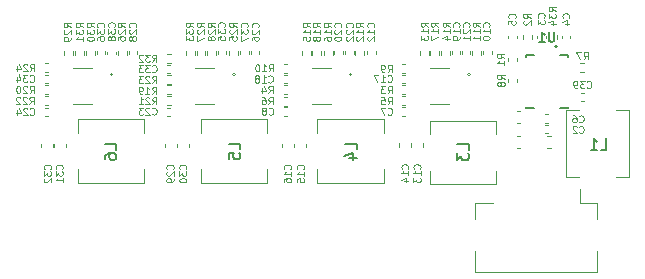
<source format=gbr>
G04 #@! TF.GenerationSoftware,KiCad,Pcbnew,(6.0.4)*
G04 #@! TF.CreationDate,2022-07-06T17:36:01+08:00*
G04 #@! TF.ProjectId,MP1495S_EVB,4d503134-3935-4535-9f45-56422e6b6963,rev?*
G04 #@! TF.SameCoordinates,PX5e56640PY77750e0*
G04 #@! TF.FileFunction,Legend,Bot*
G04 #@! TF.FilePolarity,Positive*
%FSLAX46Y46*%
G04 Gerber Fmt 4.6, Leading zero omitted, Abs format (unit mm)*
G04 Created by KiCad (PCBNEW (6.0.4)) date 2022-07-06 17:36:01*
%MOMM*%
%LPD*%
G01*
G04 APERTURE LIST*
%ADD10C,0.100000*%
%ADD11C,0.150000*%
%ADD12C,0.120000*%
%ADD13C,0.127000*%
%ADD14C,0.200000*%
G04 APERTURE END LIST*
D10*
G04 #@! TO.C,C7*
X43590000Y23585715D02*
X43618571Y23557143D01*
X43704285Y23528572D01*
X43761428Y23528572D01*
X43847142Y23557143D01*
X43904285Y23614286D01*
X43932857Y23671429D01*
X43961428Y23785715D01*
X43961428Y23871429D01*
X43932857Y23985715D01*
X43904285Y24042858D01*
X43847142Y24100000D01*
X43761428Y24128572D01*
X43704285Y24128572D01*
X43618571Y24100000D01*
X43590000Y24071429D01*
X43390000Y24128572D02*
X42990000Y24128572D01*
X43247142Y23528572D01*
G04 #@! TO.C,C8*
X33520000Y23595715D02*
X33548571Y23567143D01*
X33634285Y23538572D01*
X33691428Y23538572D01*
X33777142Y23567143D01*
X33834285Y23624286D01*
X33862857Y23681429D01*
X33891428Y23795715D01*
X33891428Y23881429D01*
X33862857Y23995715D01*
X33834285Y24052858D01*
X33777142Y24110000D01*
X33691428Y24138572D01*
X33634285Y24138572D01*
X33548571Y24110000D01*
X33520000Y24081429D01*
X33177142Y23881429D02*
X33234285Y23910000D01*
X33262857Y23938572D01*
X33291428Y23995715D01*
X33291428Y24024286D01*
X33262857Y24081429D01*
X33234285Y24110000D01*
X33177142Y24138572D01*
X33062857Y24138572D01*
X33005714Y24110000D01*
X32977142Y24081429D01*
X32948571Y24024286D01*
X32948571Y23995715D01*
X32977142Y23938572D01*
X33005714Y23910000D01*
X33062857Y23881429D01*
X33177142Y23881429D01*
X33234285Y23852858D01*
X33262857Y23824286D01*
X33291428Y23767143D01*
X33291428Y23652858D01*
X33262857Y23595715D01*
X33234285Y23567143D01*
X33177142Y23538572D01*
X33062857Y23538572D01*
X33005714Y23567143D01*
X32977142Y23595715D01*
X32948571Y23652858D01*
X32948571Y23767143D01*
X32977142Y23824286D01*
X33005714Y23852858D01*
X33062857Y23881429D01*
G04 #@! TO.C,C10*
X52174285Y31005715D02*
X52202857Y31034286D01*
X52231428Y31120000D01*
X52231428Y31177143D01*
X52202857Y31262858D01*
X52145714Y31320000D01*
X52088571Y31348572D01*
X51974285Y31377143D01*
X51888571Y31377143D01*
X51774285Y31348572D01*
X51717142Y31320000D01*
X51660000Y31262858D01*
X51631428Y31177143D01*
X51631428Y31120000D01*
X51660000Y31034286D01*
X51688571Y31005715D01*
X52231428Y30434286D02*
X52231428Y30777143D01*
X52231428Y30605715D02*
X51631428Y30605715D01*
X51717142Y30662858D01*
X51774285Y30720000D01*
X51802857Y30777143D01*
X51631428Y30062858D02*
X51631428Y30005715D01*
X51660000Y29948572D01*
X51688571Y29920000D01*
X51745714Y29891429D01*
X51860000Y29862858D01*
X52002857Y29862858D01*
X52117142Y29891429D01*
X52174285Y29920000D01*
X52202857Y29948572D01*
X52231428Y30005715D01*
X52231428Y30062858D01*
X52202857Y30120000D01*
X52174285Y30148572D01*
X52117142Y30177143D01*
X52002857Y30205715D01*
X51860000Y30205715D01*
X51745714Y30177143D01*
X51688571Y30148572D01*
X51660000Y30120000D01*
X51631428Y30062858D01*
G04 #@! TO.C,C12*
X42394285Y30950715D02*
X42422857Y30979286D01*
X42451428Y31065000D01*
X42451428Y31122143D01*
X42422857Y31207858D01*
X42365714Y31265000D01*
X42308571Y31293572D01*
X42194285Y31322143D01*
X42108571Y31322143D01*
X41994285Y31293572D01*
X41937142Y31265000D01*
X41880000Y31207858D01*
X41851428Y31122143D01*
X41851428Y31065000D01*
X41880000Y30979286D01*
X41908571Y30950715D01*
X42451428Y30379286D02*
X42451428Y30722143D01*
X42451428Y30550715D02*
X41851428Y30550715D01*
X41937142Y30607858D01*
X41994285Y30665000D01*
X42022857Y30722143D01*
X41908571Y30150715D02*
X41880000Y30122143D01*
X41851428Y30065000D01*
X41851428Y29922143D01*
X41880000Y29865000D01*
X41908571Y29836429D01*
X41965714Y29807858D01*
X42022857Y29807858D01*
X42108571Y29836429D01*
X42451428Y30179286D01*
X42451428Y29807858D01*
G04 #@! TO.C,C13*
X46309285Y18975715D02*
X46337857Y19004286D01*
X46366428Y19090000D01*
X46366428Y19147143D01*
X46337857Y19232858D01*
X46280714Y19290000D01*
X46223571Y19318572D01*
X46109285Y19347143D01*
X46023571Y19347143D01*
X45909285Y19318572D01*
X45852142Y19290000D01*
X45795000Y19232858D01*
X45766428Y19147143D01*
X45766428Y19090000D01*
X45795000Y19004286D01*
X45823571Y18975715D01*
X46366428Y18404286D02*
X46366428Y18747143D01*
X46366428Y18575715D02*
X45766428Y18575715D01*
X45852142Y18632858D01*
X45909285Y18690000D01*
X45937857Y18747143D01*
X45766428Y18204286D02*
X45766428Y17832858D01*
X45995000Y18032858D01*
X45995000Y17947143D01*
X46023571Y17890000D01*
X46052142Y17861429D01*
X46109285Y17832858D01*
X46252142Y17832858D01*
X46309285Y17861429D01*
X46337857Y17890000D01*
X46366428Y17947143D01*
X46366428Y18118572D01*
X46337857Y18175715D01*
X46309285Y18204286D01*
G04 #@! TO.C,C14*
X45279285Y18975715D02*
X45307857Y19004286D01*
X45336428Y19090000D01*
X45336428Y19147143D01*
X45307857Y19232858D01*
X45250714Y19290000D01*
X45193571Y19318572D01*
X45079285Y19347143D01*
X44993571Y19347143D01*
X44879285Y19318572D01*
X44822142Y19290000D01*
X44765000Y19232858D01*
X44736428Y19147143D01*
X44736428Y19090000D01*
X44765000Y19004286D01*
X44793571Y18975715D01*
X45336428Y18404286D02*
X45336428Y18747143D01*
X45336428Y18575715D02*
X44736428Y18575715D01*
X44822142Y18632858D01*
X44879285Y18690000D01*
X44907857Y18747143D01*
X44936428Y17890000D02*
X45336428Y17890000D01*
X44707857Y18032858D02*
X45136428Y18175715D01*
X45136428Y17804286D01*
G04 #@! TO.C,C15*
X36434285Y18945715D02*
X36462857Y18974286D01*
X36491428Y19060000D01*
X36491428Y19117143D01*
X36462857Y19202858D01*
X36405714Y19260000D01*
X36348571Y19288572D01*
X36234285Y19317143D01*
X36148571Y19317143D01*
X36034285Y19288572D01*
X35977142Y19260000D01*
X35920000Y19202858D01*
X35891428Y19117143D01*
X35891428Y19060000D01*
X35920000Y18974286D01*
X35948571Y18945715D01*
X36491428Y18374286D02*
X36491428Y18717143D01*
X36491428Y18545715D02*
X35891428Y18545715D01*
X35977142Y18602858D01*
X36034285Y18660000D01*
X36062857Y18717143D01*
X35891428Y17831429D02*
X35891428Y18117143D01*
X36177142Y18145715D01*
X36148571Y18117143D01*
X36120000Y18060000D01*
X36120000Y17917143D01*
X36148571Y17860000D01*
X36177142Y17831429D01*
X36234285Y17802858D01*
X36377142Y17802858D01*
X36434285Y17831429D01*
X36462857Y17860000D01*
X36491428Y17917143D01*
X36491428Y18060000D01*
X36462857Y18117143D01*
X36434285Y18145715D01*
G04 #@! TO.C,C16*
X35329285Y18945715D02*
X35357857Y18974286D01*
X35386428Y19060000D01*
X35386428Y19117143D01*
X35357857Y19202858D01*
X35300714Y19260000D01*
X35243571Y19288572D01*
X35129285Y19317143D01*
X35043571Y19317143D01*
X34929285Y19288572D01*
X34872142Y19260000D01*
X34815000Y19202858D01*
X34786428Y19117143D01*
X34786428Y19060000D01*
X34815000Y18974286D01*
X34843571Y18945715D01*
X35386428Y18374286D02*
X35386428Y18717143D01*
X35386428Y18545715D02*
X34786428Y18545715D01*
X34872142Y18602858D01*
X34929285Y18660000D01*
X34957857Y18717143D01*
X34786428Y17860000D02*
X34786428Y17974286D01*
X34815000Y18031429D01*
X34843571Y18060000D01*
X34929285Y18117143D01*
X35043571Y18145715D01*
X35272142Y18145715D01*
X35329285Y18117143D01*
X35357857Y18088572D01*
X35386428Y18031429D01*
X35386428Y17917143D01*
X35357857Y17860000D01*
X35329285Y17831429D01*
X35272142Y17802858D01*
X35129285Y17802858D01*
X35072142Y17831429D01*
X35043571Y17860000D01*
X35015000Y17917143D01*
X35015000Y18031429D01*
X35043571Y18088572D01*
X35072142Y18117143D01*
X35129285Y18145715D01*
G04 #@! TO.C,C17*
X43570000Y26365715D02*
X43598571Y26337143D01*
X43684286Y26308572D01*
X43741428Y26308572D01*
X43827143Y26337143D01*
X43884286Y26394286D01*
X43912857Y26451429D01*
X43941428Y26565715D01*
X43941428Y26651429D01*
X43912857Y26765715D01*
X43884286Y26822858D01*
X43827143Y26880000D01*
X43741428Y26908572D01*
X43684286Y26908572D01*
X43598571Y26880000D01*
X43570000Y26851429D01*
X42998571Y26308572D02*
X43341428Y26308572D01*
X43170000Y26308572D02*
X43170000Y26908572D01*
X43227143Y26822858D01*
X43284286Y26765715D01*
X43341428Y26737143D01*
X42798571Y26908572D02*
X42398571Y26908572D01*
X42655714Y26308572D01*
G04 #@! TO.C,C18*
X33490714Y26325715D02*
X33519285Y26297143D01*
X33605000Y26268572D01*
X33662142Y26268572D01*
X33747857Y26297143D01*
X33805000Y26354286D01*
X33833571Y26411429D01*
X33862142Y26525715D01*
X33862142Y26611429D01*
X33833571Y26725715D01*
X33805000Y26782858D01*
X33747857Y26840000D01*
X33662142Y26868572D01*
X33605000Y26868572D01*
X33519285Y26840000D01*
X33490714Y26811429D01*
X32919285Y26268572D02*
X33262142Y26268572D01*
X33090714Y26268572D02*
X33090714Y26868572D01*
X33147857Y26782858D01*
X33205000Y26725715D01*
X33262142Y26697143D01*
X32576428Y26611429D02*
X32633571Y26640000D01*
X32662142Y26668572D01*
X32690714Y26725715D01*
X32690714Y26754286D01*
X32662142Y26811429D01*
X32633571Y26840000D01*
X32576428Y26868572D01*
X32462142Y26868572D01*
X32405000Y26840000D01*
X32376428Y26811429D01*
X32347857Y26754286D01*
X32347857Y26725715D01*
X32376428Y26668572D01*
X32405000Y26640000D01*
X32462142Y26611429D01*
X32576428Y26611429D01*
X32633571Y26582858D01*
X32662142Y26554286D01*
X32690714Y26497143D01*
X32690714Y26382858D01*
X32662142Y26325715D01*
X32633571Y26297143D01*
X32576428Y26268572D01*
X32462142Y26268572D01*
X32405000Y26297143D01*
X32376428Y26325715D01*
X32347857Y26382858D01*
X32347857Y26497143D01*
X32376428Y26554286D01*
X32405000Y26582858D01*
X32462142Y26611429D01*
G04 #@! TO.C,C19*
X49634285Y31005715D02*
X49662857Y31034286D01*
X49691428Y31120000D01*
X49691428Y31177143D01*
X49662857Y31262858D01*
X49605714Y31320000D01*
X49548571Y31348572D01*
X49434285Y31377143D01*
X49348571Y31377143D01*
X49234285Y31348572D01*
X49177142Y31320000D01*
X49120000Y31262858D01*
X49091428Y31177143D01*
X49091428Y31120000D01*
X49120000Y31034286D01*
X49148571Y31005715D01*
X49691428Y30434286D02*
X49691428Y30777143D01*
X49691428Y30605715D02*
X49091428Y30605715D01*
X49177142Y30662858D01*
X49234285Y30720000D01*
X49262857Y30777143D01*
X49691428Y30148572D02*
X49691428Y30034286D01*
X49662857Y29977143D01*
X49634285Y29948572D01*
X49548571Y29891429D01*
X49434285Y29862858D01*
X49205714Y29862858D01*
X49148571Y29891429D01*
X49120000Y29920000D01*
X49091428Y29977143D01*
X49091428Y30091429D01*
X49120000Y30148572D01*
X49148571Y30177143D01*
X49205714Y30205715D01*
X49348571Y30205715D01*
X49405714Y30177143D01*
X49434285Y30148572D01*
X49462857Y30091429D01*
X49462857Y29977143D01*
X49434285Y29920000D01*
X49405714Y29891429D01*
X49348571Y29862858D01*
G04 #@! TO.C,C20*
X39614286Y30950715D02*
X39642858Y30979286D01*
X39671429Y31065000D01*
X39671429Y31122143D01*
X39642858Y31207858D01*
X39585715Y31265000D01*
X39528572Y31293572D01*
X39414286Y31322143D01*
X39328572Y31322143D01*
X39214286Y31293572D01*
X39157143Y31265000D01*
X39100001Y31207858D01*
X39071429Y31122143D01*
X39071429Y31065000D01*
X39100001Y30979286D01*
X39128572Y30950715D01*
X39128572Y30722143D02*
X39100001Y30693572D01*
X39071429Y30636429D01*
X39071429Y30493572D01*
X39100001Y30436429D01*
X39128572Y30407858D01*
X39185715Y30379286D01*
X39242858Y30379286D01*
X39328572Y30407858D01*
X39671429Y30750715D01*
X39671429Y30379286D01*
X39071429Y30007858D02*
X39071429Y29950715D01*
X39100001Y29893572D01*
X39128572Y29865000D01*
X39185715Y29836429D01*
X39300001Y29807858D01*
X39442858Y29807858D01*
X39557143Y29836429D01*
X39614286Y29865000D01*
X39642858Y29893572D01*
X39671429Y29950715D01*
X39671429Y30007858D01*
X39642858Y30065000D01*
X39614286Y30093572D01*
X39557143Y30122143D01*
X39442858Y30150715D01*
X39300001Y30150715D01*
X39185715Y30122143D01*
X39128572Y30093572D01*
X39100001Y30065000D01*
X39071429Y30007858D01*
G04 #@! TO.C,C21*
X50464285Y31005715D02*
X50492857Y31034286D01*
X50521428Y31120000D01*
X50521428Y31177143D01*
X50492857Y31262858D01*
X50435714Y31320000D01*
X50378571Y31348572D01*
X50264285Y31377143D01*
X50178571Y31377143D01*
X50064285Y31348572D01*
X50007142Y31320000D01*
X49950000Y31262858D01*
X49921428Y31177143D01*
X49921428Y31120000D01*
X49950000Y31034286D01*
X49978571Y31005715D01*
X49978571Y30777143D02*
X49950000Y30748572D01*
X49921428Y30691429D01*
X49921428Y30548572D01*
X49950000Y30491429D01*
X49978571Y30462858D01*
X50035714Y30434286D01*
X50092857Y30434286D01*
X50178571Y30462858D01*
X50521428Y30805715D01*
X50521428Y30434286D01*
X50521428Y29862858D02*
X50521428Y30205715D01*
X50521428Y30034286D02*
X49921428Y30034286D01*
X50007142Y30091429D01*
X50064285Y30148572D01*
X50092857Y30205715D01*
G04 #@! TO.C,C22*
X40584285Y30950715D02*
X40612857Y30979286D01*
X40641428Y31065000D01*
X40641428Y31122143D01*
X40612857Y31207858D01*
X40555714Y31265000D01*
X40498571Y31293572D01*
X40384285Y31322143D01*
X40298571Y31322143D01*
X40184285Y31293572D01*
X40127142Y31265000D01*
X40070000Y31207858D01*
X40041428Y31122143D01*
X40041428Y31065000D01*
X40070000Y30979286D01*
X40098571Y30950715D01*
X40098571Y30722143D02*
X40070000Y30693572D01*
X40041428Y30636429D01*
X40041428Y30493572D01*
X40070000Y30436429D01*
X40098571Y30407858D01*
X40155714Y30379286D01*
X40212857Y30379286D01*
X40298571Y30407858D01*
X40641428Y30750715D01*
X40641428Y30379286D01*
X40098571Y30150715D02*
X40070000Y30122143D01*
X40041428Y30065000D01*
X40041428Y29922143D01*
X40070000Y29865000D01*
X40098571Y29836429D01*
X40155714Y29807858D01*
X40212857Y29807858D01*
X40298571Y29836429D01*
X40641428Y30179286D01*
X40641428Y29807858D01*
G04 #@! TO.C,C23*
X23645714Y23595715D02*
X23674285Y23567143D01*
X23760000Y23538572D01*
X23817142Y23538572D01*
X23902857Y23567143D01*
X23960000Y23624286D01*
X23988571Y23681429D01*
X24017142Y23795715D01*
X24017142Y23881429D01*
X23988571Y23995715D01*
X23960000Y24052858D01*
X23902857Y24110000D01*
X23817142Y24138572D01*
X23760000Y24138572D01*
X23674285Y24110000D01*
X23645714Y24081429D01*
X23417142Y24081429D02*
X23388571Y24110000D01*
X23331428Y24138572D01*
X23188571Y24138572D01*
X23131428Y24110000D01*
X23102857Y24081429D01*
X23074285Y24024286D01*
X23074285Y23967143D01*
X23102857Y23881429D01*
X23445714Y23538572D01*
X23074285Y23538572D01*
X22874285Y24138572D02*
X22502857Y24138572D01*
X22702857Y23910000D01*
X22617142Y23910000D01*
X22560000Y23881429D01*
X22531428Y23852858D01*
X22502857Y23795715D01*
X22502857Y23652858D01*
X22531428Y23595715D01*
X22560000Y23567143D01*
X22617142Y23538572D01*
X22788571Y23538572D01*
X22845714Y23567143D01*
X22874285Y23595715D01*
G04 #@! TO.C,C24*
X13305714Y23565715D02*
X13334285Y23537143D01*
X13420000Y23508572D01*
X13477142Y23508572D01*
X13562857Y23537143D01*
X13620000Y23594286D01*
X13648571Y23651429D01*
X13677142Y23765715D01*
X13677142Y23851429D01*
X13648571Y23965715D01*
X13620000Y24022858D01*
X13562857Y24080000D01*
X13477142Y24108572D01*
X13420000Y24108572D01*
X13334285Y24080000D01*
X13305714Y24051429D01*
X13077142Y24051429D02*
X13048571Y24080000D01*
X12991428Y24108572D01*
X12848571Y24108572D01*
X12791428Y24080000D01*
X12762857Y24051429D01*
X12734285Y23994286D01*
X12734285Y23937143D01*
X12762857Y23851429D01*
X13105714Y23508572D01*
X12734285Y23508572D01*
X12220000Y23908572D02*
X12220000Y23508572D01*
X12362857Y24137143D02*
X12505714Y23708572D01*
X12134285Y23708572D01*
G04 #@! TO.C,C26*
X32604285Y30945715D02*
X32632857Y30974286D01*
X32661428Y31060000D01*
X32661428Y31117143D01*
X32632857Y31202858D01*
X32575714Y31260000D01*
X32518571Y31288572D01*
X32404285Y31317143D01*
X32318571Y31317143D01*
X32204285Y31288572D01*
X32147142Y31260000D01*
X32090000Y31202858D01*
X32061428Y31117143D01*
X32061428Y31060000D01*
X32090000Y30974286D01*
X32118571Y30945715D01*
X32118571Y30717143D02*
X32090000Y30688572D01*
X32061428Y30631429D01*
X32061428Y30488572D01*
X32090000Y30431429D01*
X32118571Y30402858D01*
X32175714Y30374286D01*
X32232857Y30374286D01*
X32318571Y30402858D01*
X32661428Y30745715D01*
X32661428Y30374286D01*
X32061428Y29860000D02*
X32061428Y29974286D01*
X32090000Y30031429D01*
X32118571Y30060000D01*
X32204285Y30117143D01*
X32318571Y30145715D01*
X32547142Y30145715D01*
X32604285Y30117143D01*
X32632857Y30088572D01*
X32661428Y30031429D01*
X32661428Y29917143D01*
X32632857Y29860000D01*
X32604285Y29831429D01*
X32547142Y29802858D01*
X32404285Y29802858D01*
X32347142Y29831429D01*
X32318571Y29860000D01*
X32290000Y29917143D01*
X32290000Y30031429D01*
X32318571Y30088572D01*
X32347142Y30117143D01*
X32404285Y30145715D01*
G04 #@! TO.C,C28*
X22234285Y30965715D02*
X22262857Y30994286D01*
X22291428Y31080000D01*
X22291428Y31137143D01*
X22262857Y31222858D01*
X22205714Y31280000D01*
X22148571Y31308572D01*
X22034285Y31337143D01*
X21948571Y31337143D01*
X21834285Y31308572D01*
X21777142Y31280000D01*
X21720000Y31222858D01*
X21691428Y31137143D01*
X21691428Y31080000D01*
X21720000Y30994286D01*
X21748571Y30965715D01*
X21748571Y30737143D02*
X21720000Y30708572D01*
X21691428Y30651429D01*
X21691428Y30508572D01*
X21720000Y30451429D01*
X21748571Y30422858D01*
X21805714Y30394286D01*
X21862857Y30394286D01*
X21948571Y30422858D01*
X22291428Y30765715D01*
X22291428Y30394286D01*
X21948571Y30051429D02*
X21920000Y30108572D01*
X21891428Y30137143D01*
X21834285Y30165715D01*
X21805714Y30165715D01*
X21748571Y30137143D01*
X21720000Y30108572D01*
X21691428Y30051429D01*
X21691428Y29937143D01*
X21720000Y29880000D01*
X21748571Y29851429D01*
X21805714Y29822858D01*
X21834285Y29822858D01*
X21891428Y29851429D01*
X21920000Y29880000D01*
X21948571Y29937143D01*
X21948571Y30051429D01*
X21977142Y30108572D01*
X22005714Y30137143D01*
X22062857Y30165715D01*
X22177142Y30165715D01*
X22234285Y30137143D01*
X22262857Y30108572D01*
X22291428Y30051429D01*
X22291428Y29937143D01*
X22262857Y29880000D01*
X22234285Y29851429D01*
X22177142Y29822858D01*
X22062857Y29822858D01*
X22005714Y29851429D01*
X21977142Y29880000D01*
X21948571Y29937143D01*
G04 #@! TO.C,C29*
X25399284Y18945715D02*
X25427856Y18974286D01*
X25456427Y19060000D01*
X25456427Y19117143D01*
X25427856Y19202858D01*
X25370713Y19260000D01*
X25313570Y19288572D01*
X25199284Y19317143D01*
X25113570Y19317143D01*
X24999284Y19288572D01*
X24942141Y19260000D01*
X24884999Y19202858D01*
X24856427Y19117143D01*
X24856427Y19060000D01*
X24884999Y18974286D01*
X24913570Y18945715D01*
X24913570Y18717143D02*
X24884999Y18688572D01*
X24856427Y18631429D01*
X24856427Y18488572D01*
X24884999Y18431429D01*
X24913570Y18402858D01*
X24970713Y18374286D01*
X25027856Y18374286D01*
X25113570Y18402858D01*
X25456427Y18745715D01*
X25456427Y18374286D01*
X25456427Y18088572D02*
X25456427Y17974286D01*
X25427856Y17917143D01*
X25399284Y17888572D01*
X25313570Y17831429D01*
X25199284Y17802858D01*
X24970713Y17802858D01*
X24913570Y17831429D01*
X24884999Y17860000D01*
X24856427Y17917143D01*
X24856427Y18031429D01*
X24884999Y18088572D01*
X24913570Y18117143D01*
X24970713Y18145715D01*
X25113570Y18145715D01*
X25170713Y18117143D01*
X25199284Y18088572D01*
X25227856Y18031429D01*
X25227856Y17917143D01*
X25199284Y17860000D01*
X25170713Y17831429D01*
X25113570Y17802858D01*
G04 #@! TO.C,C30*
X26489285Y18945715D02*
X26517857Y18974286D01*
X26546428Y19060000D01*
X26546428Y19117143D01*
X26517857Y19202858D01*
X26460714Y19260000D01*
X26403571Y19288572D01*
X26289285Y19317143D01*
X26203571Y19317143D01*
X26089285Y19288572D01*
X26032142Y19260000D01*
X25975000Y19202858D01*
X25946428Y19117143D01*
X25946428Y19060000D01*
X25975000Y18974286D01*
X26003571Y18945715D01*
X25946428Y18745715D02*
X25946428Y18374286D01*
X26175000Y18574286D01*
X26175000Y18488572D01*
X26203571Y18431429D01*
X26232142Y18402858D01*
X26289285Y18374286D01*
X26432142Y18374286D01*
X26489285Y18402858D01*
X26517857Y18431429D01*
X26546428Y18488572D01*
X26546428Y18660000D01*
X26517857Y18717143D01*
X26489285Y18745715D01*
X25946428Y18002858D02*
X25946428Y17945715D01*
X25975000Y17888572D01*
X26003571Y17860000D01*
X26060714Y17831429D01*
X26175000Y17802858D01*
X26317857Y17802858D01*
X26432142Y17831429D01*
X26489285Y17860000D01*
X26517857Y17888572D01*
X26546428Y17945715D01*
X26546428Y18002858D01*
X26517857Y18060000D01*
X26489285Y18088572D01*
X26432142Y18117143D01*
X26317857Y18145715D01*
X26175000Y18145715D01*
X26060714Y18117143D01*
X26003571Y18088572D01*
X25975000Y18060000D01*
X25946428Y18002858D01*
G04 #@! TO.C,C31*
X16019285Y18945715D02*
X16047857Y18974286D01*
X16076428Y19060000D01*
X16076428Y19117143D01*
X16047857Y19202858D01*
X15990714Y19260000D01*
X15933571Y19288572D01*
X15819285Y19317143D01*
X15733571Y19317143D01*
X15619285Y19288572D01*
X15562142Y19260000D01*
X15505000Y19202858D01*
X15476428Y19117143D01*
X15476428Y19060000D01*
X15505000Y18974286D01*
X15533571Y18945715D01*
X15476428Y18745715D02*
X15476428Y18374286D01*
X15705000Y18574286D01*
X15705000Y18488572D01*
X15733571Y18431429D01*
X15762142Y18402858D01*
X15819285Y18374286D01*
X15962142Y18374286D01*
X16019285Y18402858D01*
X16047857Y18431429D01*
X16076428Y18488572D01*
X16076428Y18660000D01*
X16047857Y18717143D01*
X16019285Y18745715D01*
X16076428Y17802858D02*
X16076428Y18145715D01*
X16076428Y17974286D02*
X15476428Y17974286D01*
X15562142Y18031429D01*
X15619285Y18088572D01*
X15647857Y18145715D01*
G04 #@! TO.C,C32*
X15019286Y18945715D02*
X15047858Y18974286D01*
X15076429Y19060000D01*
X15076429Y19117143D01*
X15047858Y19202858D01*
X14990715Y19260000D01*
X14933572Y19288572D01*
X14819286Y19317143D01*
X14733572Y19317143D01*
X14619286Y19288572D01*
X14562143Y19260000D01*
X14505001Y19202858D01*
X14476429Y19117143D01*
X14476429Y19060000D01*
X14505001Y18974286D01*
X14533572Y18945715D01*
X14476429Y18745715D02*
X14476429Y18374286D01*
X14705001Y18574286D01*
X14705001Y18488572D01*
X14733572Y18431429D01*
X14762143Y18402858D01*
X14819286Y18374286D01*
X14962143Y18374286D01*
X15019286Y18402858D01*
X15047858Y18431429D01*
X15076429Y18488572D01*
X15076429Y18660000D01*
X15047858Y18717143D01*
X15019286Y18745715D01*
X14533572Y18145715D02*
X14505001Y18117143D01*
X14476429Y18060000D01*
X14476429Y17917143D01*
X14505001Y17860000D01*
X14533572Y17831429D01*
X14590715Y17802858D01*
X14647858Y17802858D01*
X14733572Y17831429D01*
X15076429Y18174286D01*
X15076429Y17802858D01*
G04 #@! TO.C,C33*
X23645714Y27195715D02*
X23674285Y27167143D01*
X23760000Y27138572D01*
X23817142Y27138572D01*
X23902857Y27167143D01*
X23960000Y27224286D01*
X23988571Y27281429D01*
X24017142Y27395715D01*
X24017142Y27481429D01*
X23988571Y27595715D01*
X23960000Y27652858D01*
X23902857Y27710000D01*
X23817142Y27738572D01*
X23760000Y27738572D01*
X23674285Y27710000D01*
X23645714Y27681429D01*
X23445714Y27738572D02*
X23074285Y27738572D01*
X23274285Y27510000D01*
X23188571Y27510000D01*
X23131428Y27481429D01*
X23102857Y27452858D01*
X23074285Y27395715D01*
X23074285Y27252858D01*
X23102857Y27195715D01*
X23131428Y27167143D01*
X23188571Y27138572D01*
X23360000Y27138572D01*
X23417142Y27167143D01*
X23445714Y27195715D01*
X22874285Y27738572D02*
X22502857Y27738572D01*
X22702857Y27510000D01*
X22617142Y27510000D01*
X22560000Y27481429D01*
X22531428Y27452858D01*
X22502857Y27395715D01*
X22502857Y27252858D01*
X22531428Y27195715D01*
X22560000Y27167143D01*
X22617142Y27138572D01*
X22788571Y27138572D01*
X22845714Y27167143D01*
X22874285Y27195715D01*
G04 #@! TO.C,C34*
X13285714Y26375715D02*
X13314285Y26347143D01*
X13400000Y26318572D01*
X13457142Y26318572D01*
X13542857Y26347143D01*
X13600000Y26404286D01*
X13628571Y26461429D01*
X13657142Y26575715D01*
X13657142Y26661429D01*
X13628571Y26775715D01*
X13600000Y26832858D01*
X13542857Y26890000D01*
X13457142Y26918572D01*
X13400000Y26918572D01*
X13314285Y26890000D01*
X13285714Y26861429D01*
X13085714Y26918572D02*
X12714285Y26918572D01*
X12914285Y26690000D01*
X12828571Y26690000D01*
X12771428Y26661429D01*
X12742857Y26632858D01*
X12714285Y26575715D01*
X12714285Y26432858D01*
X12742857Y26375715D01*
X12771428Y26347143D01*
X12828571Y26318572D01*
X13000000Y26318572D01*
X13057142Y26347143D01*
X13085714Y26375715D01*
X12200000Y26718572D02*
X12200000Y26318572D01*
X12342857Y26947143D02*
X12485714Y26518572D01*
X12114285Y26518572D01*
G04 #@! TO.C,C35*
X29744285Y30990715D02*
X29772857Y31019286D01*
X29801428Y31105000D01*
X29801428Y31162143D01*
X29772857Y31247858D01*
X29715714Y31305000D01*
X29658571Y31333572D01*
X29544285Y31362143D01*
X29458571Y31362143D01*
X29344285Y31333572D01*
X29287142Y31305000D01*
X29230000Y31247858D01*
X29201428Y31162143D01*
X29201428Y31105000D01*
X29230000Y31019286D01*
X29258571Y30990715D01*
X29201428Y30790715D02*
X29201428Y30419286D01*
X29430000Y30619286D01*
X29430000Y30533572D01*
X29458571Y30476429D01*
X29487142Y30447858D01*
X29544285Y30419286D01*
X29687142Y30419286D01*
X29744285Y30447858D01*
X29772857Y30476429D01*
X29801428Y30533572D01*
X29801428Y30705000D01*
X29772857Y30762143D01*
X29744285Y30790715D01*
X29201428Y29876429D02*
X29201428Y30162143D01*
X29487142Y30190715D01*
X29458571Y30162143D01*
X29430000Y30105000D01*
X29430000Y29962143D01*
X29458571Y29905000D01*
X29487142Y29876429D01*
X29544285Y29847858D01*
X29687142Y29847858D01*
X29744285Y29876429D01*
X29772857Y29905000D01*
X29801428Y29962143D01*
X29801428Y30105000D01*
X29772857Y30162143D01*
X29744285Y30190715D01*
G04 #@! TO.C,C36*
X19524285Y30965715D02*
X19552857Y30994286D01*
X19581428Y31080000D01*
X19581428Y31137143D01*
X19552857Y31222858D01*
X19495714Y31280000D01*
X19438571Y31308572D01*
X19324285Y31337143D01*
X19238571Y31337143D01*
X19124285Y31308572D01*
X19067142Y31280000D01*
X19010000Y31222858D01*
X18981428Y31137143D01*
X18981428Y31080000D01*
X19010000Y30994286D01*
X19038571Y30965715D01*
X18981428Y30765715D02*
X18981428Y30394286D01*
X19210000Y30594286D01*
X19210000Y30508572D01*
X19238571Y30451429D01*
X19267142Y30422858D01*
X19324285Y30394286D01*
X19467142Y30394286D01*
X19524285Y30422858D01*
X19552857Y30451429D01*
X19581428Y30508572D01*
X19581428Y30680000D01*
X19552857Y30737143D01*
X19524285Y30765715D01*
X18981428Y29880000D02*
X18981428Y29994286D01*
X19010000Y30051429D01*
X19038571Y30080000D01*
X19124285Y30137143D01*
X19238571Y30165715D01*
X19467142Y30165715D01*
X19524285Y30137143D01*
X19552857Y30108572D01*
X19581428Y30051429D01*
X19581428Y29937143D01*
X19552857Y29880000D01*
X19524285Y29851429D01*
X19467142Y29822858D01*
X19324285Y29822858D01*
X19267142Y29851429D01*
X19238571Y29880000D01*
X19210000Y29937143D01*
X19210000Y30051429D01*
X19238571Y30108572D01*
X19267142Y30137143D01*
X19324285Y30165715D01*
G04 #@! TO.C,C37*
X31674285Y30965715D02*
X31702857Y30994286D01*
X31731428Y31080000D01*
X31731428Y31137143D01*
X31702857Y31222858D01*
X31645714Y31280000D01*
X31588571Y31308572D01*
X31474285Y31337143D01*
X31388571Y31337143D01*
X31274285Y31308572D01*
X31217142Y31280000D01*
X31160000Y31222858D01*
X31131428Y31137143D01*
X31131428Y31080000D01*
X31160000Y30994286D01*
X31188571Y30965715D01*
X31131428Y30765715D02*
X31131428Y30394286D01*
X31360000Y30594286D01*
X31360000Y30508572D01*
X31388571Y30451429D01*
X31417142Y30422858D01*
X31474285Y30394286D01*
X31617142Y30394286D01*
X31674285Y30422858D01*
X31702857Y30451429D01*
X31731428Y30508572D01*
X31731428Y30680000D01*
X31702857Y30737143D01*
X31674285Y30765715D01*
X31131428Y30194286D02*
X31131428Y29794286D01*
X31731428Y30051429D01*
G04 #@! TO.C,C38*
X20434285Y30985715D02*
X20462857Y31014286D01*
X20491428Y31100000D01*
X20491428Y31157143D01*
X20462857Y31242858D01*
X20405714Y31300000D01*
X20348571Y31328572D01*
X20234285Y31357143D01*
X20148571Y31357143D01*
X20034285Y31328572D01*
X19977142Y31300000D01*
X19920000Y31242858D01*
X19891428Y31157143D01*
X19891428Y31100000D01*
X19920000Y31014286D01*
X19948571Y30985715D01*
X19891428Y30785715D02*
X19891428Y30414286D01*
X20120000Y30614286D01*
X20120000Y30528572D01*
X20148571Y30471429D01*
X20177142Y30442858D01*
X20234285Y30414286D01*
X20377142Y30414286D01*
X20434285Y30442858D01*
X20462857Y30471429D01*
X20491428Y30528572D01*
X20491428Y30700000D01*
X20462857Y30757143D01*
X20434285Y30785715D01*
X20148571Y30071429D02*
X20120000Y30128572D01*
X20091428Y30157143D01*
X20034285Y30185715D01*
X20005714Y30185715D01*
X19948571Y30157143D01*
X19920000Y30128572D01*
X19891428Y30071429D01*
X19891428Y29957143D01*
X19920000Y29900000D01*
X19948571Y29871429D01*
X20005714Y29842858D01*
X20034285Y29842858D01*
X20091428Y29871429D01*
X20120000Y29900000D01*
X20148571Y29957143D01*
X20148571Y30071429D01*
X20177142Y30128572D01*
X20205714Y30157143D01*
X20262857Y30185715D01*
X20377142Y30185715D01*
X20434285Y30157143D01*
X20462857Y30128572D01*
X20491428Y30071429D01*
X20491428Y29957143D01*
X20462857Y29900000D01*
X20434285Y29871429D01*
X20377142Y29842858D01*
X20262857Y29842858D01*
X20205714Y29871429D01*
X20177142Y29900000D01*
X20148571Y29957143D01*
D11*
G04 #@! TO.C,L3*
X50442380Y20546667D02*
X50442380Y21022858D01*
X49442380Y21022858D01*
X49442380Y20308572D02*
X49442380Y19689524D01*
X49823333Y20022858D01*
X49823333Y19880000D01*
X49870952Y19784762D01*
X49918571Y19737143D01*
X50013809Y19689524D01*
X50251904Y19689524D01*
X50347142Y19737143D01*
X50394761Y19784762D01*
X50442380Y19880000D01*
X50442380Y20165715D01*
X50394761Y20260953D01*
X50347142Y20308572D01*
G04 #@! TO.C,L4*
X40952380Y20606667D02*
X40952380Y21082858D01*
X39952380Y21082858D01*
X40285714Y19844762D02*
X40952380Y19844762D01*
X39904761Y20082858D02*
X40619047Y20320953D01*
X40619047Y19701905D01*
G04 #@! TO.C,L5*
X31112380Y20616667D02*
X31112380Y21092858D01*
X30112380Y21092858D01*
X30112380Y19807143D02*
X30112380Y20283334D01*
X30588571Y20330953D01*
X30540952Y20283334D01*
X30493333Y20188096D01*
X30493333Y19950000D01*
X30540952Y19854762D01*
X30588571Y19807143D01*
X30683809Y19759524D01*
X30921904Y19759524D01*
X31017142Y19807143D01*
X31064761Y19854762D01*
X31112380Y19950000D01*
X31112380Y20188096D01*
X31064761Y20283334D01*
X31017142Y20330953D01*
G04 #@! TO.C,L6*
X20622380Y20586667D02*
X20622380Y21062858D01*
X19622380Y21062858D01*
X19622380Y19824762D02*
X19622380Y20015239D01*
X19670000Y20110477D01*
X19717619Y20158096D01*
X19860476Y20253334D01*
X20050952Y20300953D01*
X20431904Y20300953D01*
X20527142Y20253334D01*
X20574761Y20205715D01*
X20622380Y20110477D01*
X20622380Y19920000D01*
X20574761Y19824762D01*
X20527142Y19777143D01*
X20431904Y19729524D01*
X20193809Y19729524D01*
X20098571Y19777143D01*
X20050952Y19824762D01*
X20003333Y19920000D01*
X20003333Y20110477D01*
X20050952Y20205715D01*
X20098571Y20253334D01*
X20193809Y20300953D01*
D10*
G04 #@! TO.C,R3*
X43570000Y25338572D02*
X43770000Y25624286D01*
X43912857Y25338572D02*
X43912857Y25938572D01*
X43684285Y25938572D01*
X43627142Y25910000D01*
X43598571Y25881429D01*
X43570000Y25824286D01*
X43570000Y25738572D01*
X43598571Y25681429D01*
X43627142Y25652858D01*
X43684285Y25624286D01*
X43912857Y25624286D01*
X43370000Y25938572D02*
X42998571Y25938572D01*
X43198571Y25710000D01*
X43112857Y25710000D01*
X43055714Y25681429D01*
X43027142Y25652858D01*
X42998571Y25595715D01*
X42998571Y25452858D01*
X43027142Y25395715D01*
X43055714Y25367143D01*
X43112857Y25338572D01*
X43284285Y25338572D01*
X43341428Y25367143D01*
X43370000Y25395715D01*
G04 #@! TO.C,R4*
X33490714Y25378572D02*
X33690714Y25664286D01*
X33833571Y25378572D02*
X33833571Y25978572D01*
X33604999Y25978572D01*
X33547856Y25950000D01*
X33519285Y25921429D01*
X33490714Y25864286D01*
X33490714Y25778572D01*
X33519285Y25721429D01*
X33547856Y25692858D01*
X33604999Y25664286D01*
X33833571Y25664286D01*
X32976428Y25778572D02*
X32976428Y25378572D01*
X33119285Y26007143D02*
X33262142Y25578572D01*
X32890714Y25578572D01*
G04 #@! TO.C,R5*
X43570000Y24418572D02*
X43770000Y24704286D01*
X43912857Y24418572D02*
X43912857Y25018572D01*
X43684285Y25018572D01*
X43627142Y24990000D01*
X43598571Y24961429D01*
X43570000Y24904286D01*
X43570000Y24818572D01*
X43598571Y24761429D01*
X43627142Y24732858D01*
X43684285Y24704286D01*
X43912857Y24704286D01*
X43027142Y25018572D02*
X43312857Y25018572D01*
X43341428Y24732858D01*
X43312857Y24761429D01*
X43255714Y24790000D01*
X43112857Y24790000D01*
X43055714Y24761429D01*
X43027142Y24732858D01*
X42998571Y24675715D01*
X42998571Y24532858D01*
X43027142Y24475715D01*
X43055714Y24447143D01*
X43112857Y24418572D01*
X43255714Y24418572D01*
X43312857Y24447143D01*
X43341428Y24475715D01*
G04 #@! TO.C,R6*
X33490714Y24408572D02*
X33690714Y24694286D01*
X33833571Y24408572D02*
X33833571Y25008572D01*
X33604999Y25008572D01*
X33547856Y24980000D01*
X33519285Y24951429D01*
X33490714Y24894286D01*
X33490714Y24808572D01*
X33519285Y24751429D01*
X33547856Y24722858D01*
X33604999Y24694286D01*
X33833571Y24694286D01*
X32976428Y25008572D02*
X33090714Y25008572D01*
X33147856Y24980000D01*
X33176428Y24951429D01*
X33233571Y24865715D01*
X33262142Y24751429D01*
X33262142Y24522858D01*
X33233571Y24465715D01*
X33204999Y24437143D01*
X33147856Y24408572D01*
X33033571Y24408572D01*
X32976428Y24437143D01*
X32947856Y24465715D01*
X32919285Y24522858D01*
X32919285Y24665715D01*
X32947856Y24722858D01*
X32976428Y24751429D01*
X33033571Y24780000D01*
X33147856Y24780000D01*
X33204999Y24751429D01*
X33233571Y24722858D01*
X33262142Y24665715D01*
G04 #@! TO.C,R9*
X43570000Y27148572D02*
X43770000Y27434286D01*
X43912857Y27148572D02*
X43912857Y27748572D01*
X43684285Y27748572D01*
X43627142Y27720000D01*
X43598571Y27691429D01*
X43570000Y27634286D01*
X43570000Y27548572D01*
X43598571Y27491429D01*
X43627142Y27462858D01*
X43684285Y27434286D01*
X43912857Y27434286D01*
X43284285Y27148572D02*
X43170000Y27148572D01*
X43112857Y27177143D01*
X43084285Y27205715D01*
X43027142Y27291429D01*
X42998571Y27405715D01*
X42998571Y27634286D01*
X43027142Y27691429D01*
X43055714Y27720000D01*
X43112857Y27748572D01*
X43227142Y27748572D01*
X43284285Y27720000D01*
X43312857Y27691429D01*
X43341428Y27634286D01*
X43341428Y27491429D01*
X43312857Y27434286D01*
X43284285Y27405715D01*
X43227142Y27377143D01*
X43112857Y27377143D01*
X43055714Y27405715D01*
X43027142Y27434286D01*
X42998571Y27491429D01*
G04 #@! TO.C,R10*
X33520714Y27218572D02*
X33720714Y27504286D01*
X33863571Y27218572D02*
X33863571Y27818572D01*
X33635000Y27818572D01*
X33577857Y27790000D01*
X33549285Y27761429D01*
X33520714Y27704286D01*
X33520714Y27618572D01*
X33549285Y27561429D01*
X33577857Y27532858D01*
X33635000Y27504286D01*
X33863571Y27504286D01*
X32949285Y27218572D02*
X33292142Y27218572D01*
X33120714Y27218572D02*
X33120714Y27818572D01*
X33177857Y27732858D01*
X33235000Y27675715D01*
X33292142Y27647143D01*
X32577857Y27818572D02*
X32520714Y27818572D01*
X32463571Y27790000D01*
X32435000Y27761429D01*
X32406428Y27704286D01*
X32377857Y27590000D01*
X32377857Y27447143D01*
X32406428Y27332858D01*
X32435000Y27275715D01*
X32463571Y27247143D01*
X32520714Y27218572D01*
X32577857Y27218572D01*
X32635000Y27247143D01*
X32663571Y27275715D01*
X32692142Y27332858D01*
X32720714Y27447143D01*
X32720714Y27590000D01*
X32692142Y27704286D01*
X32663571Y27761429D01*
X32635000Y27790000D01*
X32577857Y27818572D01*
G04 #@! TO.C,R11*
X51371428Y31005715D02*
X51085714Y31205715D01*
X51371428Y31348572D02*
X50771428Y31348572D01*
X50771428Y31120000D01*
X50800000Y31062858D01*
X50828571Y31034286D01*
X50885714Y31005715D01*
X50971428Y31005715D01*
X51028571Y31034286D01*
X51057142Y31062858D01*
X51085714Y31120000D01*
X51085714Y31348572D01*
X51371428Y30434286D02*
X51371428Y30777143D01*
X51371428Y30605715D02*
X50771428Y30605715D01*
X50857142Y30662858D01*
X50914285Y30720000D01*
X50942857Y30777143D01*
X51371428Y29862858D02*
X51371428Y30205715D01*
X51371428Y30034286D02*
X50771428Y30034286D01*
X50857142Y30091429D01*
X50914285Y30148572D01*
X50942857Y30205715D01*
G04 #@! TO.C,R12*
X41491428Y30950715D02*
X41205714Y31150715D01*
X41491428Y31293572D02*
X40891428Y31293572D01*
X40891428Y31065000D01*
X40920000Y31007858D01*
X40948571Y30979286D01*
X41005714Y30950715D01*
X41091428Y30950715D01*
X41148571Y30979286D01*
X41177142Y31007858D01*
X41205714Y31065000D01*
X41205714Y31293572D01*
X41491428Y30379286D02*
X41491428Y30722143D01*
X41491428Y30550715D02*
X40891428Y30550715D01*
X40977142Y30607858D01*
X41034285Y30665000D01*
X41062857Y30722143D01*
X40948571Y30150715D02*
X40920000Y30122143D01*
X40891428Y30065000D01*
X40891428Y29922143D01*
X40920000Y29865000D01*
X40948571Y29836429D01*
X41005714Y29807858D01*
X41062857Y29807858D01*
X41148571Y29836429D01*
X41491428Y30179286D01*
X41491428Y29807858D01*
G04 #@! TO.C,R13*
X47011428Y31005715D02*
X46725714Y31205715D01*
X47011428Y31348572D02*
X46411428Y31348572D01*
X46411428Y31120000D01*
X46440000Y31062858D01*
X46468571Y31034286D01*
X46525714Y31005715D01*
X46611428Y31005715D01*
X46668571Y31034286D01*
X46697142Y31062858D01*
X46725714Y31120000D01*
X46725714Y31348572D01*
X47011428Y30434286D02*
X47011428Y30777143D01*
X47011428Y30605715D02*
X46411428Y30605715D01*
X46497142Y30662858D01*
X46554285Y30720000D01*
X46582857Y30777143D01*
X46411428Y30234286D02*
X46411428Y29862858D01*
X46640000Y30062858D01*
X46640000Y29977143D01*
X46668571Y29920000D01*
X46697142Y29891429D01*
X46754285Y29862858D01*
X46897142Y29862858D01*
X46954285Y29891429D01*
X46982857Y29920000D01*
X47011428Y29977143D01*
X47011428Y30148572D01*
X46982857Y30205715D01*
X46954285Y30234286D01*
G04 #@! TO.C,R14*
X48841428Y31005715D02*
X48555714Y31205715D01*
X48841428Y31348572D02*
X48241428Y31348572D01*
X48241428Y31120000D01*
X48270000Y31062858D01*
X48298571Y31034286D01*
X48355714Y31005715D01*
X48441428Y31005715D01*
X48498571Y31034286D01*
X48527142Y31062858D01*
X48555714Y31120000D01*
X48555714Y31348572D01*
X48841428Y30434286D02*
X48841428Y30777143D01*
X48841428Y30605715D02*
X48241428Y30605715D01*
X48327142Y30662858D01*
X48384285Y30720000D01*
X48412857Y30777143D01*
X48441428Y29920000D02*
X48841428Y29920000D01*
X48212857Y30062858D02*
X48641428Y30205715D01*
X48641428Y29834286D01*
G04 #@! TO.C,R15*
X37011428Y30950715D02*
X36725714Y31150715D01*
X37011428Y31293572D02*
X36411428Y31293572D01*
X36411428Y31065000D01*
X36440000Y31007858D01*
X36468571Y30979286D01*
X36525714Y30950715D01*
X36611428Y30950715D01*
X36668571Y30979286D01*
X36697142Y31007858D01*
X36725714Y31065000D01*
X36725714Y31293572D01*
X37011428Y30379286D02*
X37011428Y30722143D01*
X37011428Y30550715D02*
X36411428Y30550715D01*
X36497142Y30607858D01*
X36554285Y30665000D01*
X36582857Y30722143D01*
X36411428Y29836429D02*
X36411428Y30122143D01*
X36697142Y30150715D01*
X36668571Y30122143D01*
X36640000Y30065000D01*
X36640000Y29922143D01*
X36668571Y29865000D01*
X36697142Y29836429D01*
X36754285Y29807858D01*
X36897142Y29807858D01*
X36954285Y29836429D01*
X36982857Y29865000D01*
X37011428Y29922143D01*
X37011428Y30065000D01*
X36982857Y30122143D01*
X36954285Y30150715D01*
G04 #@! TO.C,R16*
X38806428Y30950715D02*
X38520714Y31150715D01*
X38806428Y31293572D02*
X38206428Y31293572D01*
X38206428Y31065000D01*
X38235000Y31007858D01*
X38263571Y30979286D01*
X38320714Y30950715D01*
X38406428Y30950715D01*
X38463571Y30979286D01*
X38492142Y31007858D01*
X38520714Y31065000D01*
X38520714Y31293572D01*
X38806428Y30379286D02*
X38806428Y30722143D01*
X38806428Y30550715D02*
X38206428Y30550715D01*
X38292142Y30607858D01*
X38349285Y30665000D01*
X38377857Y30722143D01*
X38206428Y29865000D02*
X38206428Y29979286D01*
X38235000Y30036429D01*
X38263571Y30065000D01*
X38349285Y30122143D01*
X38463571Y30150715D01*
X38692142Y30150715D01*
X38749285Y30122143D01*
X38777857Y30093572D01*
X38806428Y30036429D01*
X38806428Y29922143D01*
X38777857Y29865000D01*
X38749285Y29836429D01*
X38692142Y29807858D01*
X38549285Y29807858D01*
X38492142Y29836429D01*
X38463571Y29865000D01*
X38435000Y29922143D01*
X38435000Y30036429D01*
X38463571Y30093572D01*
X38492142Y30122143D01*
X38549285Y30150715D01*
G04 #@! TO.C,R17*
X47851428Y31005715D02*
X47565714Y31205715D01*
X47851428Y31348572D02*
X47251428Y31348572D01*
X47251428Y31120000D01*
X47280000Y31062858D01*
X47308571Y31034286D01*
X47365714Y31005715D01*
X47451428Y31005715D01*
X47508571Y31034286D01*
X47537142Y31062858D01*
X47565714Y31120000D01*
X47565714Y31348572D01*
X47851428Y30434286D02*
X47851428Y30777143D01*
X47851428Y30605715D02*
X47251428Y30605715D01*
X47337142Y30662858D01*
X47394285Y30720000D01*
X47422857Y30777143D01*
X47251428Y30234286D02*
X47251428Y29834286D01*
X47851428Y30091429D01*
G04 #@! TO.C,R18*
X37861428Y30950715D02*
X37575714Y31150715D01*
X37861428Y31293572D02*
X37261428Y31293572D01*
X37261428Y31065000D01*
X37290000Y31007858D01*
X37318571Y30979286D01*
X37375714Y30950715D01*
X37461428Y30950715D01*
X37518571Y30979286D01*
X37547142Y31007858D01*
X37575714Y31065000D01*
X37575714Y31293572D01*
X37861428Y30379286D02*
X37861428Y30722143D01*
X37861428Y30550715D02*
X37261428Y30550715D01*
X37347142Y30607858D01*
X37404285Y30665000D01*
X37432857Y30722143D01*
X37518571Y30036429D02*
X37490000Y30093572D01*
X37461428Y30122143D01*
X37404285Y30150715D01*
X37375714Y30150715D01*
X37318571Y30122143D01*
X37290000Y30093572D01*
X37261428Y30036429D01*
X37261428Y29922143D01*
X37290000Y29865000D01*
X37318571Y29836429D01*
X37375714Y29807858D01*
X37404285Y29807858D01*
X37461428Y29836429D01*
X37490000Y29865000D01*
X37518571Y29922143D01*
X37518571Y30036429D01*
X37547142Y30093572D01*
X37575714Y30122143D01*
X37632857Y30150715D01*
X37747142Y30150715D01*
X37804285Y30122143D01*
X37832857Y30093572D01*
X37861428Y30036429D01*
X37861428Y29922143D01*
X37832857Y29865000D01*
X37804285Y29836429D01*
X37747142Y29807858D01*
X37632857Y29807858D01*
X37575714Y29836429D01*
X37547142Y29865000D01*
X37518571Y29922143D01*
G04 #@! TO.C,R19*
X23645714Y25298572D02*
X23845714Y25584286D01*
X23988571Y25298572D02*
X23988571Y25898572D01*
X23760000Y25898572D01*
X23702857Y25870000D01*
X23674285Y25841429D01*
X23645714Y25784286D01*
X23645714Y25698572D01*
X23674285Y25641429D01*
X23702857Y25612858D01*
X23760000Y25584286D01*
X23988571Y25584286D01*
X23074285Y25298572D02*
X23417142Y25298572D01*
X23245714Y25298572D02*
X23245714Y25898572D01*
X23302857Y25812858D01*
X23360000Y25755715D01*
X23417142Y25727143D01*
X22788571Y25298572D02*
X22674285Y25298572D01*
X22617142Y25327143D01*
X22588571Y25355715D01*
X22531428Y25441429D01*
X22502857Y25555715D01*
X22502857Y25784286D01*
X22531428Y25841429D01*
X22560000Y25870000D01*
X22617142Y25898572D01*
X22731428Y25898572D01*
X22788571Y25870000D01*
X22817142Y25841429D01*
X22845714Y25784286D01*
X22845714Y25641429D01*
X22817142Y25584286D01*
X22788571Y25555715D01*
X22731428Y25527143D01*
X22617142Y25527143D01*
X22560000Y25555715D01*
X22531428Y25584286D01*
X22502857Y25641429D01*
G04 #@! TO.C,R20*
X13275714Y25378572D02*
X13475714Y25664286D01*
X13618571Y25378572D02*
X13618571Y25978572D01*
X13390000Y25978572D01*
X13332857Y25950000D01*
X13304285Y25921429D01*
X13275714Y25864286D01*
X13275714Y25778572D01*
X13304285Y25721429D01*
X13332857Y25692858D01*
X13390000Y25664286D01*
X13618571Y25664286D01*
X13047142Y25921429D02*
X13018571Y25950000D01*
X12961428Y25978572D01*
X12818571Y25978572D01*
X12761428Y25950000D01*
X12732857Y25921429D01*
X12704285Y25864286D01*
X12704285Y25807143D01*
X12732857Y25721429D01*
X13075714Y25378572D01*
X12704285Y25378572D01*
X12332857Y25978572D02*
X12275714Y25978572D01*
X12218571Y25950000D01*
X12190000Y25921429D01*
X12161428Y25864286D01*
X12132857Y25750000D01*
X12132857Y25607143D01*
X12161428Y25492858D01*
X12190000Y25435715D01*
X12218571Y25407143D01*
X12275714Y25378572D01*
X12332857Y25378572D01*
X12390000Y25407143D01*
X12418571Y25435715D01*
X12447142Y25492858D01*
X12475714Y25607143D01*
X12475714Y25750000D01*
X12447142Y25864286D01*
X12418571Y25921429D01*
X12390000Y25950000D01*
X12332857Y25978572D01*
G04 #@! TO.C,R21*
X23645714Y24418572D02*
X23845714Y24704286D01*
X23988571Y24418572D02*
X23988571Y25018572D01*
X23760000Y25018572D01*
X23702857Y24990000D01*
X23674285Y24961429D01*
X23645714Y24904286D01*
X23645714Y24818572D01*
X23674285Y24761429D01*
X23702857Y24732858D01*
X23760000Y24704286D01*
X23988571Y24704286D01*
X23417142Y24961429D02*
X23388571Y24990000D01*
X23331428Y25018572D01*
X23188571Y25018572D01*
X23131428Y24990000D01*
X23102857Y24961429D01*
X23074285Y24904286D01*
X23074285Y24847143D01*
X23102857Y24761429D01*
X23445714Y24418572D01*
X23074285Y24418572D01*
X22502857Y24418572D02*
X22845714Y24418572D01*
X22674285Y24418572D02*
X22674285Y25018572D01*
X22731428Y24932858D01*
X22788571Y24875715D01*
X22845714Y24847143D01*
G04 #@! TO.C,R22*
X13255714Y24448572D02*
X13455714Y24734286D01*
X13598571Y24448572D02*
X13598571Y25048572D01*
X13370000Y25048572D01*
X13312857Y25020000D01*
X13284285Y24991429D01*
X13255714Y24934286D01*
X13255714Y24848572D01*
X13284285Y24791429D01*
X13312857Y24762858D01*
X13370000Y24734286D01*
X13598571Y24734286D01*
X13027142Y24991429D02*
X12998571Y25020000D01*
X12941428Y25048572D01*
X12798571Y25048572D01*
X12741428Y25020000D01*
X12712857Y24991429D01*
X12684285Y24934286D01*
X12684285Y24877143D01*
X12712857Y24791429D01*
X13055714Y24448572D01*
X12684285Y24448572D01*
X12455714Y24991429D02*
X12427142Y25020000D01*
X12370000Y25048572D01*
X12227142Y25048572D01*
X12170000Y25020000D01*
X12141428Y24991429D01*
X12112857Y24934286D01*
X12112857Y24877143D01*
X12141428Y24791429D01*
X12484285Y24448572D01*
X12112857Y24448572D01*
G04 #@! TO.C,R23*
X23645714Y26208572D02*
X23845714Y26494286D01*
X23988571Y26208572D02*
X23988571Y26808572D01*
X23760000Y26808572D01*
X23702857Y26780000D01*
X23674285Y26751429D01*
X23645714Y26694286D01*
X23645714Y26608572D01*
X23674285Y26551429D01*
X23702857Y26522858D01*
X23760000Y26494286D01*
X23988571Y26494286D01*
X23417142Y26751429D02*
X23388571Y26780000D01*
X23331428Y26808572D01*
X23188571Y26808572D01*
X23131428Y26780000D01*
X23102857Y26751429D01*
X23074285Y26694286D01*
X23074285Y26637143D01*
X23102857Y26551429D01*
X23445714Y26208572D01*
X23074285Y26208572D01*
X22874285Y26808572D02*
X22502857Y26808572D01*
X22702857Y26580000D01*
X22617142Y26580000D01*
X22560000Y26551429D01*
X22531428Y26522858D01*
X22502857Y26465715D01*
X22502857Y26322858D01*
X22531428Y26265715D01*
X22560000Y26237143D01*
X22617142Y26208572D01*
X22788571Y26208572D01*
X22845714Y26237143D01*
X22874285Y26265715D01*
G04 #@! TO.C,R24*
X13305714Y27238572D02*
X13505714Y27524286D01*
X13648571Y27238572D02*
X13648571Y27838572D01*
X13420000Y27838572D01*
X13362857Y27810000D01*
X13334285Y27781429D01*
X13305714Y27724286D01*
X13305714Y27638572D01*
X13334285Y27581429D01*
X13362857Y27552858D01*
X13420000Y27524286D01*
X13648571Y27524286D01*
X13077142Y27781429D02*
X13048571Y27810000D01*
X12991428Y27838572D01*
X12848571Y27838572D01*
X12791428Y27810000D01*
X12762857Y27781429D01*
X12734285Y27724286D01*
X12734285Y27667143D01*
X12762857Y27581429D01*
X13105714Y27238572D01*
X12734285Y27238572D01*
X12220000Y27638572D02*
X12220000Y27238572D01*
X12362857Y27867143D02*
X12505714Y27438572D01*
X12134285Y27438572D01*
G04 #@! TO.C,R25*
X30791428Y30965715D02*
X30505714Y31165715D01*
X30791428Y31308572D02*
X30191428Y31308572D01*
X30191428Y31080000D01*
X30220000Y31022858D01*
X30248571Y30994286D01*
X30305714Y30965715D01*
X30391428Y30965715D01*
X30448571Y30994286D01*
X30477142Y31022858D01*
X30505714Y31080000D01*
X30505714Y31308572D01*
X30248571Y30737143D02*
X30220000Y30708572D01*
X30191428Y30651429D01*
X30191428Y30508572D01*
X30220000Y30451429D01*
X30248571Y30422858D01*
X30305714Y30394286D01*
X30362857Y30394286D01*
X30448571Y30422858D01*
X30791428Y30765715D01*
X30791428Y30394286D01*
X30191428Y29851429D02*
X30191428Y30137143D01*
X30477142Y30165715D01*
X30448571Y30137143D01*
X30420000Y30080000D01*
X30420000Y29937143D01*
X30448571Y29880000D01*
X30477142Y29851429D01*
X30534285Y29822858D01*
X30677142Y29822858D01*
X30734285Y29851429D01*
X30762857Y29880000D01*
X30791428Y29937143D01*
X30791428Y30080000D01*
X30762857Y30137143D01*
X30734285Y30165715D01*
G04 #@! TO.C,R26*
X21331428Y30965715D02*
X21045714Y31165715D01*
X21331428Y31308572D02*
X20731428Y31308572D01*
X20731428Y31080000D01*
X20760000Y31022858D01*
X20788571Y30994286D01*
X20845714Y30965715D01*
X20931428Y30965715D01*
X20988571Y30994286D01*
X21017142Y31022858D01*
X21045714Y31080000D01*
X21045714Y31308572D01*
X20788571Y30737143D02*
X20760000Y30708572D01*
X20731428Y30651429D01*
X20731428Y30508572D01*
X20760000Y30451429D01*
X20788571Y30422858D01*
X20845714Y30394286D01*
X20902857Y30394286D01*
X20988571Y30422858D01*
X21331428Y30765715D01*
X21331428Y30394286D01*
X20731428Y29880000D02*
X20731428Y29994286D01*
X20760000Y30051429D01*
X20788571Y30080000D01*
X20874285Y30137143D01*
X20988571Y30165715D01*
X21217142Y30165715D01*
X21274285Y30137143D01*
X21302857Y30108572D01*
X21331428Y30051429D01*
X21331428Y29937143D01*
X21302857Y29880000D01*
X21274285Y29851429D01*
X21217142Y29822858D01*
X21074285Y29822858D01*
X21017142Y29851429D01*
X20988571Y29880000D01*
X20960000Y29937143D01*
X20960000Y30051429D01*
X20988571Y30108572D01*
X21017142Y30137143D01*
X21074285Y30165715D01*
G04 #@! TO.C,R27*
X28031428Y30970715D02*
X27745714Y31170715D01*
X28031428Y31313572D02*
X27431428Y31313572D01*
X27431428Y31085000D01*
X27460000Y31027858D01*
X27488571Y30999286D01*
X27545714Y30970715D01*
X27631428Y30970715D01*
X27688571Y30999286D01*
X27717142Y31027858D01*
X27745714Y31085000D01*
X27745714Y31313572D01*
X27488571Y30742143D02*
X27460000Y30713572D01*
X27431428Y30656429D01*
X27431428Y30513572D01*
X27460000Y30456429D01*
X27488571Y30427858D01*
X27545714Y30399286D01*
X27602857Y30399286D01*
X27688571Y30427858D01*
X28031428Y30770715D01*
X28031428Y30399286D01*
X27431428Y30199286D02*
X27431428Y29799286D01*
X28031428Y30056429D01*
G04 #@! TO.C,R28*
X28941428Y30970715D02*
X28655714Y31170715D01*
X28941428Y31313572D02*
X28341428Y31313572D01*
X28341428Y31085000D01*
X28370000Y31027858D01*
X28398571Y30999286D01*
X28455714Y30970715D01*
X28541428Y30970715D01*
X28598571Y30999286D01*
X28627142Y31027858D01*
X28655714Y31085000D01*
X28655714Y31313572D01*
X28398571Y30742143D02*
X28370000Y30713572D01*
X28341428Y30656429D01*
X28341428Y30513572D01*
X28370000Y30456429D01*
X28398571Y30427858D01*
X28455714Y30399286D01*
X28512857Y30399286D01*
X28598571Y30427858D01*
X28941428Y30770715D01*
X28941428Y30399286D01*
X28598571Y30056429D02*
X28570000Y30113572D01*
X28541428Y30142143D01*
X28484285Y30170715D01*
X28455714Y30170715D01*
X28398571Y30142143D01*
X28370000Y30113572D01*
X28341428Y30056429D01*
X28341428Y29942143D01*
X28370000Y29885000D01*
X28398571Y29856429D01*
X28455714Y29827858D01*
X28484285Y29827858D01*
X28541428Y29856429D01*
X28570000Y29885000D01*
X28598571Y29942143D01*
X28598571Y30056429D01*
X28627142Y30113572D01*
X28655714Y30142143D01*
X28712857Y30170715D01*
X28827142Y30170715D01*
X28884285Y30142143D01*
X28912857Y30113572D01*
X28941428Y30056429D01*
X28941428Y29942143D01*
X28912857Y29885000D01*
X28884285Y29856429D01*
X28827142Y29827858D01*
X28712857Y29827858D01*
X28655714Y29856429D01*
X28627142Y29885000D01*
X28598571Y29942143D01*
G04 #@! TO.C,R29*
X16751428Y30935715D02*
X16465714Y31135715D01*
X16751428Y31278572D02*
X16151428Y31278572D01*
X16151428Y31050000D01*
X16180000Y30992858D01*
X16208571Y30964286D01*
X16265714Y30935715D01*
X16351428Y30935715D01*
X16408571Y30964286D01*
X16437142Y30992858D01*
X16465714Y31050000D01*
X16465714Y31278572D01*
X16208571Y30707143D02*
X16180000Y30678572D01*
X16151428Y30621429D01*
X16151428Y30478572D01*
X16180000Y30421429D01*
X16208571Y30392858D01*
X16265714Y30364286D01*
X16322857Y30364286D01*
X16408571Y30392858D01*
X16751428Y30735715D01*
X16751428Y30364286D01*
X16751428Y30078572D02*
X16751428Y29964286D01*
X16722857Y29907143D01*
X16694285Y29878572D01*
X16608571Y29821429D01*
X16494285Y29792858D01*
X16265714Y29792858D01*
X16208571Y29821429D01*
X16180000Y29850000D01*
X16151428Y29907143D01*
X16151428Y30021429D01*
X16180000Y30078572D01*
X16208571Y30107143D01*
X16265714Y30135715D01*
X16408571Y30135715D01*
X16465714Y30107143D01*
X16494285Y30078572D01*
X16522857Y30021429D01*
X16522857Y29907143D01*
X16494285Y29850000D01*
X16465714Y29821429D01*
X16408571Y29792858D01*
G04 #@! TO.C,R30*
X18721428Y30945715D02*
X18435714Y31145715D01*
X18721428Y31288572D02*
X18121428Y31288572D01*
X18121428Y31060000D01*
X18150000Y31002858D01*
X18178571Y30974286D01*
X18235714Y30945715D01*
X18321428Y30945715D01*
X18378571Y30974286D01*
X18407142Y31002858D01*
X18435714Y31060000D01*
X18435714Y31288572D01*
X18121428Y30745715D02*
X18121428Y30374286D01*
X18350000Y30574286D01*
X18350000Y30488572D01*
X18378571Y30431429D01*
X18407142Y30402858D01*
X18464285Y30374286D01*
X18607142Y30374286D01*
X18664285Y30402858D01*
X18692857Y30431429D01*
X18721428Y30488572D01*
X18721428Y30660000D01*
X18692857Y30717143D01*
X18664285Y30745715D01*
X18121428Y30002858D02*
X18121428Y29945715D01*
X18150000Y29888572D01*
X18178571Y29860000D01*
X18235714Y29831429D01*
X18350000Y29802858D01*
X18492857Y29802858D01*
X18607142Y29831429D01*
X18664285Y29860000D01*
X18692857Y29888572D01*
X18721428Y29945715D01*
X18721428Y30002858D01*
X18692857Y30060000D01*
X18664285Y30088572D01*
X18607142Y30117143D01*
X18492857Y30145715D01*
X18350000Y30145715D01*
X18235714Y30117143D01*
X18178571Y30088572D01*
X18150000Y30060000D01*
X18121428Y30002858D01*
G04 #@! TO.C,R31*
X17781428Y30945715D02*
X17495714Y31145715D01*
X17781428Y31288572D02*
X17181428Y31288572D01*
X17181428Y31060000D01*
X17210000Y31002858D01*
X17238571Y30974286D01*
X17295714Y30945715D01*
X17381428Y30945715D01*
X17438571Y30974286D01*
X17467142Y31002858D01*
X17495714Y31060000D01*
X17495714Y31288572D01*
X17181428Y30745715D02*
X17181428Y30374286D01*
X17410000Y30574286D01*
X17410000Y30488572D01*
X17438571Y30431429D01*
X17467142Y30402858D01*
X17524285Y30374286D01*
X17667142Y30374286D01*
X17724285Y30402858D01*
X17752857Y30431429D01*
X17781428Y30488572D01*
X17781428Y30660000D01*
X17752857Y30717143D01*
X17724285Y30745715D01*
X17781428Y29802858D02*
X17781428Y30145715D01*
X17781428Y29974286D02*
X17181428Y29974286D01*
X17267142Y30031429D01*
X17324285Y30088572D01*
X17352857Y30145715D01*
G04 #@! TO.C,R32*
X23645714Y28018572D02*
X23845714Y28304286D01*
X23988571Y28018572D02*
X23988571Y28618572D01*
X23760000Y28618572D01*
X23702857Y28590000D01*
X23674285Y28561429D01*
X23645714Y28504286D01*
X23645714Y28418572D01*
X23674285Y28361429D01*
X23702857Y28332858D01*
X23760000Y28304286D01*
X23988571Y28304286D01*
X23445714Y28618572D02*
X23074285Y28618572D01*
X23274285Y28390000D01*
X23188571Y28390000D01*
X23131428Y28361429D01*
X23102857Y28332858D01*
X23074285Y28275715D01*
X23074285Y28132858D01*
X23102857Y28075715D01*
X23131428Y28047143D01*
X23188571Y28018572D01*
X23360000Y28018572D01*
X23417142Y28047143D01*
X23445714Y28075715D01*
X22845714Y28561429D02*
X22817142Y28590000D01*
X22760000Y28618572D01*
X22617142Y28618572D01*
X22560000Y28590000D01*
X22531428Y28561429D01*
X22502857Y28504286D01*
X22502857Y28447143D01*
X22531428Y28361429D01*
X22874285Y28018572D01*
X22502857Y28018572D01*
G04 #@! TO.C,R33*
X27111428Y30970715D02*
X26825714Y31170715D01*
X27111428Y31313572D02*
X26511428Y31313572D01*
X26511428Y31085000D01*
X26540000Y31027858D01*
X26568571Y30999286D01*
X26625714Y30970715D01*
X26711428Y30970715D01*
X26768571Y30999286D01*
X26797142Y31027858D01*
X26825714Y31085000D01*
X26825714Y31313572D01*
X26511428Y30770715D02*
X26511428Y30399286D01*
X26740000Y30599286D01*
X26740000Y30513572D01*
X26768571Y30456429D01*
X26797142Y30427858D01*
X26854285Y30399286D01*
X26997142Y30399286D01*
X27054285Y30427858D01*
X27082857Y30456429D01*
X27111428Y30513572D01*
X27111428Y30685000D01*
X27082857Y30742143D01*
X27054285Y30770715D01*
X26511428Y30199286D02*
X26511428Y29827858D01*
X26740000Y30027858D01*
X26740000Y29942143D01*
X26768571Y29885000D01*
X26797142Y29856429D01*
X26854285Y29827858D01*
X26997142Y29827858D01*
X27054285Y29856429D01*
X27082857Y29885000D01*
X27111428Y29942143D01*
X27111428Y30113572D01*
X27082857Y30170715D01*
X27054285Y30199286D01*
G04 #@! TO.C,C2*
X59810000Y22045715D02*
X59838571Y22017143D01*
X59924285Y21988572D01*
X59981428Y21988572D01*
X60067142Y22017143D01*
X60124285Y22074286D01*
X60152857Y22131429D01*
X60181428Y22245715D01*
X60181428Y22331429D01*
X60152857Y22445715D01*
X60124285Y22502858D01*
X60067142Y22560000D01*
X59981428Y22588572D01*
X59924285Y22588572D01*
X59838571Y22560000D01*
X59810000Y22531429D01*
X59581428Y22531429D02*
X59552857Y22560000D01*
X59495714Y22588572D01*
X59352857Y22588572D01*
X59295714Y22560000D01*
X59267142Y22531429D01*
X59238571Y22474286D01*
X59238571Y22417143D01*
X59267142Y22331429D01*
X59610000Y21988572D01*
X59238571Y21988572D01*
G04 #@! TO.C,C3*
X56814285Y31770000D02*
X56842857Y31798572D01*
X56871428Y31884286D01*
X56871428Y31941429D01*
X56842857Y32027143D01*
X56785714Y32084286D01*
X56728571Y32112858D01*
X56614285Y32141429D01*
X56528571Y32141429D01*
X56414285Y32112858D01*
X56357142Y32084286D01*
X56300000Y32027143D01*
X56271428Y31941429D01*
X56271428Y31884286D01*
X56300000Y31798572D01*
X56328571Y31770000D01*
X56271428Y31570000D02*
X56271428Y31198572D01*
X56500000Y31398572D01*
X56500000Y31312858D01*
X56528571Y31255715D01*
X56557142Y31227143D01*
X56614285Y31198572D01*
X56757142Y31198572D01*
X56814285Y31227143D01*
X56842857Y31255715D01*
X56871428Y31312858D01*
X56871428Y31484286D01*
X56842857Y31541429D01*
X56814285Y31570000D01*
G04 #@! TO.C,C4*
X58904285Y31760000D02*
X58932857Y31788572D01*
X58961428Y31874286D01*
X58961428Y31931429D01*
X58932857Y32017143D01*
X58875714Y32074286D01*
X58818571Y32102858D01*
X58704285Y32131429D01*
X58618571Y32131429D01*
X58504285Y32102858D01*
X58447142Y32074286D01*
X58390000Y32017143D01*
X58361428Y31931429D01*
X58361428Y31874286D01*
X58390000Y31788572D01*
X58418571Y31760000D01*
X58561428Y31245715D02*
X58961428Y31245715D01*
X58332857Y31388572D02*
X58761428Y31531429D01*
X58761428Y31160000D01*
G04 #@! TO.C,C5*
X54354285Y31730000D02*
X54382857Y31758572D01*
X54411428Y31844286D01*
X54411428Y31901429D01*
X54382857Y31987143D01*
X54325714Y32044286D01*
X54268571Y32072858D01*
X54154285Y32101429D01*
X54068571Y32101429D01*
X53954285Y32072858D01*
X53897142Y32044286D01*
X53840000Y31987143D01*
X53811428Y31901429D01*
X53811428Y31844286D01*
X53840000Y31758572D01*
X53868571Y31730000D01*
X53811428Y31187143D02*
X53811428Y31472858D01*
X54097142Y31501429D01*
X54068571Y31472858D01*
X54040000Y31415715D01*
X54040000Y31272858D01*
X54068571Y31215715D01*
X54097142Y31187143D01*
X54154285Y31158572D01*
X54297142Y31158572D01*
X54354285Y31187143D01*
X54382857Y31215715D01*
X54411428Y31272858D01*
X54411428Y31415715D01*
X54382857Y31472858D01*
X54354285Y31501429D01*
G04 #@! TO.C,C6*
X59800000Y22945715D02*
X59828571Y22917143D01*
X59914285Y22888572D01*
X59971428Y22888572D01*
X60057142Y22917143D01*
X60114285Y22974286D01*
X60142857Y23031429D01*
X60171428Y23145715D01*
X60171428Y23231429D01*
X60142857Y23345715D01*
X60114285Y23402858D01*
X60057142Y23460000D01*
X59971428Y23488572D01*
X59914285Y23488572D01*
X59828571Y23460000D01*
X59800000Y23431429D01*
X59285714Y23488572D02*
X59400000Y23488572D01*
X59457142Y23460000D01*
X59485714Y23431429D01*
X59542857Y23345715D01*
X59571428Y23231429D01*
X59571428Y23002858D01*
X59542857Y22945715D01*
X59514285Y22917143D01*
X59457142Y22888572D01*
X59342857Y22888572D01*
X59285714Y22917143D01*
X59257142Y22945715D01*
X59228571Y23002858D01*
X59228571Y23145715D01*
X59257142Y23202858D01*
X59285714Y23231429D01*
X59342857Y23260000D01*
X59457142Y23260000D01*
X59514285Y23231429D01*
X59542857Y23202858D01*
X59571428Y23145715D01*
G04 #@! TO.C,C39*
X60455714Y25855715D02*
X60484285Y25827143D01*
X60570000Y25798572D01*
X60627142Y25798572D01*
X60712857Y25827143D01*
X60770000Y25884286D01*
X60798571Y25941429D01*
X60827142Y26055715D01*
X60827142Y26141429D01*
X60798571Y26255715D01*
X60770000Y26312858D01*
X60712857Y26370000D01*
X60627142Y26398572D01*
X60570000Y26398572D01*
X60484285Y26370000D01*
X60455714Y26341429D01*
X60255714Y26398572D02*
X59884285Y26398572D01*
X60084285Y26170000D01*
X59998571Y26170000D01*
X59941428Y26141429D01*
X59912857Y26112858D01*
X59884285Y26055715D01*
X59884285Y25912858D01*
X59912857Y25855715D01*
X59941428Y25827143D01*
X59998571Y25798572D01*
X60170000Y25798572D01*
X60227142Y25827143D01*
X60255714Y25855715D01*
X59598571Y25798572D02*
X59484285Y25798572D01*
X59427142Y25827143D01*
X59398571Y25855715D01*
X59341428Y25941429D01*
X59312857Y26055715D01*
X59312857Y26284286D01*
X59341428Y26341429D01*
X59370000Y26370000D01*
X59427142Y26398572D01*
X59541428Y26398572D01*
X59598571Y26370000D01*
X59627142Y26341429D01*
X59655714Y26284286D01*
X59655714Y26141429D01*
X59627142Y26084286D01*
X59598571Y26055715D01*
X59541428Y26027143D01*
X59427142Y26027143D01*
X59370000Y26055715D01*
X59341428Y26084286D01*
X59312857Y26141429D01*
D11*
G04 #@! TO.C,L1*
X61626666Y20557620D02*
X62102857Y20557620D01*
X62102857Y21557620D01*
X60769523Y20557620D02*
X61340952Y20557620D01*
X61055238Y20557620D02*
X61055238Y21557620D01*
X61150476Y21414762D01*
X61245714Y21319524D01*
X61340952Y21271905D01*
D10*
G04 #@! TO.C,R1*
X53461428Y28320000D02*
X53175714Y28520000D01*
X53461428Y28662858D02*
X52861428Y28662858D01*
X52861428Y28434286D01*
X52890000Y28377143D01*
X52918571Y28348572D01*
X52975714Y28320000D01*
X53061428Y28320000D01*
X53118571Y28348572D01*
X53147142Y28377143D01*
X53175714Y28434286D01*
X53175714Y28662858D01*
X53461428Y27748572D02*
X53461428Y28091429D01*
X53461428Y27920000D02*
X52861428Y27920000D01*
X52947142Y27977143D01*
X53004285Y28034286D01*
X53032857Y28091429D01*
G04 #@! TO.C,R2*
X55681428Y31740000D02*
X55395714Y31940000D01*
X55681428Y32082858D02*
X55081428Y32082858D01*
X55081428Y31854286D01*
X55110000Y31797143D01*
X55138571Y31768572D01*
X55195714Y31740000D01*
X55281428Y31740000D01*
X55338571Y31768572D01*
X55367142Y31797143D01*
X55395714Y31854286D01*
X55395714Y32082858D01*
X55138571Y31511429D02*
X55110000Y31482858D01*
X55081428Y31425715D01*
X55081428Y31282858D01*
X55110000Y31225715D01*
X55138571Y31197143D01*
X55195714Y31168572D01*
X55252857Y31168572D01*
X55338571Y31197143D01*
X55681428Y31540000D01*
X55681428Y31168572D01*
G04 #@! TO.C,R7*
X60170000Y28238572D02*
X60370000Y28524286D01*
X60512857Y28238572D02*
X60512857Y28838572D01*
X60284285Y28838572D01*
X60227142Y28810000D01*
X60198571Y28781429D01*
X60170000Y28724286D01*
X60170000Y28638572D01*
X60198571Y28581429D01*
X60227142Y28552858D01*
X60284285Y28524286D01*
X60512857Y28524286D01*
X59970000Y28838572D02*
X59570000Y28838572D01*
X59827142Y28238572D01*
G04 #@! TO.C,R8*
X53481428Y26540000D02*
X53195714Y26740000D01*
X53481428Y26882858D02*
X52881428Y26882858D01*
X52881428Y26654286D01*
X52910000Y26597143D01*
X52938571Y26568572D01*
X52995714Y26540000D01*
X53081428Y26540000D01*
X53138571Y26568572D01*
X53167142Y26597143D01*
X53195714Y26654286D01*
X53195714Y26882858D01*
X53138571Y26197143D02*
X53110000Y26254286D01*
X53081428Y26282858D01*
X53024285Y26311429D01*
X52995714Y26311429D01*
X52938571Y26282858D01*
X52910000Y26254286D01*
X52881428Y26197143D01*
X52881428Y26082858D01*
X52910000Y26025715D01*
X52938571Y25997143D01*
X52995714Y25968572D01*
X53024285Y25968572D01*
X53081428Y25997143D01*
X53110000Y26025715D01*
X53138571Y26082858D01*
X53138571Y26197143D01*
X53167142Y26254286D01*
X53195714Y26282858D01*
X53252857Y26311429D01*
X53367142Y26311429D01*
X53424285Y26282858D01*
X53452857Y26254286D01*
X53481428Y26197143D01*
X53481428Y26082858D01*
X53452857Y26025715D01*
X53424285Y25997143D01*
X53367142Y25968572D01*
X53252857Y25968572D01*
X53195714Y25997143D01*
X53167142Y26025715D01*
X53138571Y26082858D01*
G04 #@! TO.C,R34*
X57821428Y32305715D02*
X57535714Y32505715D01*
X57821428Y32648572D02*
X57221428Y32648572D01*
X57221428Y32420000D01*
X57250000Y32362858D01*
X57278571Y32334286D01*
X57335714Y32305715D01*
X57421428Y32305715D01*
X57478571Y32334286D01*
X57507142Y32362858D01*
X57535714Y32420000D01*
X57535714Y32648572D01*
X57221428Y32105715D02*
X57221428Y31734286D01*
X57450000Y31934286D01*
X57450000Y31848572D01*
X57478571Y31791429D01*
X57507142Y31762858D01*
X57564285Y31734286D01*
X57707142Y31734286D01*
X57764285Y31762858D01*
X57792857Y31791429D01*
X57821428Y31848572D01*
X57821428Y32020000D01*
X57792857Y32077143D01*
X57764285Y32105715D01*
X57421428Y31220000D02*
X57821428Y31220000D01*
X57192857Y31362858D02*
X57621428Y31505715D01*
X57621428Y31134286D01*
D11*
G04 #@! TO.C,U1*
X57680651Y30524896D02*
X57680651Y29876079D01*
X57642485Y29799748D01*
X57604320Y29761582D01*
X57527988Y29723416D01*
X57375325Y29723416D01*
X57298994Y29761582D01*
X57260828Y29799748D01*
X57222662Y29876079D01*
X57222662Y30524896D01*
X56421182Y29723416D02*
X56879171Y29723416D01*
X56650177Y29723416D02*
X56650177Y30524896D01*
X56726508Y30410399D01*
X56802840Y30334068D01*
X56879171Y30295902D01*
D10*
G04 #@! TO.C,C7*
X44812164Y23440000D02*
X45027836Y23440000D01*
X44812164Y24160000D02*
X45027836Y24160000D01*
G04 #@! TO.C,C8*
X34812164Y23450000D02*
X35027836Y23450000D01*
X34812164Y24170000D02*
X35027836Y24170000D01*
G04 #@! TO.C,C10*
X52400000Y28682164D02*
X52400000Y28897836D01*
X51680000Y28682164D02*
X51680000Y28897836D01*
G04 #@! TO.C,C12*
X41870000Y28682164D02*
X41870000Y28897836D01*
X42590000Y28682164D02*
X42590000Y28897836D01*
G04 #@! TO.C,C13*
X45595000Y20839420D02*
X45595000Y21120580D01*
X46615000Y20839420D02*
X46615000Y21120580D01*
G04 #@! TO.C,C14*
X44535000Y20839420D02*
X44535000Y21120580D01*
X45555000Y20839420D02*
X45555000Y21120580D01*
G04 #@! TO.C,C15*
X36710000Y20809420D02*
X36710000Y21090580D01*
X35690000Y20809420D02*
X35690000Y21090580D01*
G04 #@! TO.C,C16*
X34630000Y20809420D02*
X34630000Y21090580D01*
X35650000Y20809420D02*
X35650000Y21090580D01*
G04 #@! TO.C,C17*
X45027836Y26920000D02*
X44812164Y26920000D01*
X45027836Y26200000D02*
X44812164Y26200000D01*
G04 #@! TO.C,C18*
X35027836Y26910000D02*
X34812164Y26910000D01*
X35027836Y26190000D02*
X34812164Y26190000D01*
G04 #@! TO.C,C19*
X49720001Y28897836D02*
X49720001Y28682164D01*
X49000001Y28897836D02*
X49000001Y28682164D01*
G04 #@! TO.C,C20*
X39760001Y28897836D02*
X39760001Y28682164D01*
X39040001Y28897836D02*
X39040001Y28682164D01*
G04 #@! TO.C,C21*
X50579999Y28682164D02*
X50579999Y28897836D01*
X49859999Y28682164D02*
X49859999Y28897836D01*
G04 #@! TO.C,C22*
X40700000Y28682164D02*
X40700000Y28897836D01*
X39980000Y28682164D02*
X39980000Y28897836D01*
G04 #@! TO.C,C23*
X24942164Y23430000D02*
X25157836Y23430000D01*
X24942164Y24150000D02*
X25157836Y24150000D01*
G04 #@! TO.C,C24*
X14582164Y24150000D02*
X14797836Y24150000D01*
X14582164Y23430000D02*
X14797836Y23430000D01*
G04 #@! TO.C,C26*
X32010000Y28682164D02*
X32010000Y28897836D01*
X32730000Y28682164D02*
X32730000Y28897836D01*
G04 #@! TO.C,C28*
X22390000Y28682164D02*
X22390000Y28897836D01*
X21670000Y28682164D02*
X21670000Y28897836D01*
G04 #@! TO.C,C29*
X24694999Y20809420D02*
X24694999Y21090580D01*
X25714999Y20809420D02*
X25714999Y21090580D01*
G04 #@! TO.C,C30*
X26790000Y20809420D02*
X26790000Y21090580D01*
X25770000Y20809420D02*
X25770000Y21090580D01*
G04 #@! TO.C,C31*
X16315000Y20809420D02*
X16315000Y21090580D01*
X15295000Y20809420D02*
X15295000Y21090580D01*
G04 #@! TO.C,C32*
X14245001Y20809420D02*
X14245001Y21090580D01*
X15265001Y20809420D02*
X15265001Y21090580D01*
G04 #@! TO.C,C33*
X25157836Y27050000D02*
X24942164Y27050000D01*
X25157836Y27770000D02*
X24942164Y27770000D01*
G04 #@! TO.C,C34*
X14797836Y26220000D02*
X14582164Y26220000D01*
X14797836Y26940000D02*
X14582164Y26940000D01*
G04 #@! TO.C,C35*
X29900001Y28897836D02*
X29900001Y28682164D01*
X29180001Y28897836D02*
X29180001Y28682164D01*
G04 #@! TO.C,C36*
X18950001Y28897836D02*
X18950001Y28682164D01*
X19670001Y28897836D02*
X19670001Y28682164D01*
G04 #@! TO.C,C37*
X31810000Y28682164D02*
X31810000Y28897836D01*
X31090000Y28682164D02*
X31090000Y28897836D01*
G04 #@! TO.C,C38*
X20570000Y28672164D02*
X20570000Y28887836D01*
X19850000Y28672164D02*
X19850000Y28887836D01*
D12*
G04 #@! TO.C,L3*
X52730000Y17650000D02*
X47130000Y17650000D01*
X47130000Y17650000D02*
X47130000Y18800000D01*
X52730000Y17650000D02*
X52730000Y18800000D01*
X52730000Y23050000D02*
X47130000Y23050000D01*
X52730000Y23050000D02*
X52730000Y21900000D01*
X47130000Y23050000D02*
X47130000Y21900000D01*
G04 #@! TO.C,L4*
X43240000Y17760000D02*
X37640000Y17760000D01*
X43240000Y23160000D02*
X43240000Y22010000D01*
X43240000Y23160000D02*
X37640000Y23160000D01*
X37640000Y17760000D02*
X37640000Y18910000D01*
X43240000Y17760000D02*
X43240000Y18910000D01*
X37640000Y23160000D02*
X37640000Y22010000D01*
G04 #@! TO.C,L5*
X33370000Y23160000D02*
X27770000Y23160000D01*
X33370000Y17760000D02*
X27770000Y17760000D01*
X33370000Y23160000D02*
X33370000Y22010000D01*
X27770000Y23160000D02*
X27770000Y22010000D01*
X27770000Y17760000D02*
X27770000Y18910000D01*
X33370000Y17760000D02*
X33370000Y18910000D01*
G04 #@! TO.C,L6*
X17330000Y17760000D02*
X17330000Y18910000D01*
X22930000Y23160000D02*
X17330000Y23160000D01*
X22930000Y23160000D02*
X22930000Y22010000D01*
X22930000Y17760000D02*
X22930000Y18910000D01*
X17330000Y23160000D02*
X17330000Y22010000D01*
X22930000Y17760000D02*
X17330000Y17760000D01*
D10*
G04 #@! TO.C,R3*
X44766359Y25260000D02*
X45073641Y25260000D01*
X44766359Y26020000D02*
X45073641Y26020000D01*
G04 #@! TO.C,R4*
X34766359Y25260000D02*
X35073641Y25260000D01*
X34766359Y26020000D02*
X35073641Y26020000D01*
G04 #@! TO.C,R5*
X45073641Y24330000D02*
X44766359Y24330000D01*
X45073641Y25090000D02*
X44766359Y25090000D01*
G04 #@! TO.C,R6*
X35073641Y25070000D02*
X34766359Y25070000D01*
X35073641Y24310000D02*
X34766359Y24310000D01*
G04 #@! TO.C,R9*
X45073641Y27090000D02*
X44766359Y27090000D01*
X45073641Y27850000D02*
X44766359Y27850000D01*
G04 #@! TO.C,R10*
X35073641Y27100000D02*
X34766359Y27100000D01*
X35073641Y27860000D02*
X34766359Y27860000D01*
G04 #@! TO.C,R11*
X50735000Y28636359D02*
X50735000Y28943641D01*
X51495000Y28636359D02*
X51495000Y28943641D01*
G04 #@! TO.C,R12*
X40855000Y28636359D02*
X40855000Y28943641D01*
X41615000Y28636359D02*
X41615000Y28943641D01*
G04 #@! TO.C,R13*
X47065000Y28636359D02*
X47065000Y28943641D01*
X46305000Y28636359D02*
X46305000Y28943641D01*
G04 #@! TO.C,R14*
X48880000Y28943641D02*
X48880000Y28636359D01*
X48120000Y28943641D02*
X48120000Y28636359D01*
G04 #@! TO.C,R15*
X37105000Y28636359D02*
X37105000Y28943641D01*
X36345000Y28636359D02*
X36345000Y28943641D01*
G04 #@! TO.C,R16*
X38920000Y28943641D02*
X38920000Y28636359D01*
X38160000Y28943641D02*
X38160000Y28636359D01*
G04 #@! TO.C,R17*
X47160000Y28943641D02*
X47160000Y28636359D01*
X47920000Y28943641D02*
X47920000Y28636359D01*
G04 #@! TO.C,R18*
X37200000Y28943641D02*
X37200000Y28636359D01*
X37960000Y28943641D02*
X37960000Y28636359D01*
G04 #@! TO.C,R19*
X24896359Y26020000D02*
X25203641Y26020000D01*
X24896359Y25260000D02*
X25203641Y25260000D01*
G04 #@! TO.C,R20*
X14536359Y25260000D02*
X14843641Y25260000D01*
X14536359Y26020000D02*
X14843641Y26020000D01*
G04 #@! TO.C,R21*
X25203641Y24330000D02*
X24896359Y24330000D01*
X25203641Y25090000D02*
X24896359Y25090000D01*
G04 #@! TO.C,R22*
X14843641Y24330000D02*
X14536359Y24330000D01*
X14843641Y25090000D02*
X14536359Y25090000D01*
G04 #@! TO.C,R23*
X25203641Y26920000D02*
X24896359Y26920000D01*
X25203641Y26160000D02*
X24896359Y26160000D01*
G04 #@! TO.C,R24*
X14843641Y27120000D02*
X14536359Y27120000D01*
X14843641Y27880000D02*
X14536359Y27880000D01*
G04 #@! TO.C,R25*
X30900000Y28636359D02*
X30900000Y28943641D01*
X30140000Y28636359D02*
X30140000Y28943641D01*
G04 #@! TO.C,R26*
X20725000Y28626359D02*
X20725000Y28933641D01*
X21485000Y28626359D02*
X21485000Y28933641D01*
G04 #@! TO.C,R27*
X28160000Y28636359D02*
X28160000Y28943641D01*
X27400000Y28636359D02*
X27400000Y28943641D01*
G04 #@! TO.C,R28*
X29060000Y28943641D02*
X29060000Y28636359D01*
X28300000Y28943641D02*
X28300000Y28636359D01*
G04 #@! TO.C,R29*
X16910000Y28636359D02*
X16910000Y28943641D01*
X16150000Y28636359D02*
X16150000Y28943641D01*
G04 #@! TO.C,R30*
X18830000Y28943641D02*
X18830000Y28636359D01*
X18070000Y28943641D02*
X18070000Y28636359D01*
G04 #@! TO.C,R31*
X17120000Y28943641D02*
X17120000Y28636359D01*
X17880000Y28943641D02*
X17880000Y28636359D01*
G04 #@! TO.C,R32*
X24896359Y28680000D02*
X25203641Y28680000D01*
X24896359Y27920000D02*
X25203641Y27920000D01*
G04 #@! TO.C,R33*
X26480000Y28636359D02*
X26480000Y28943641D01*
X27240000Y28636359D02*
X27240000Y28943641D01*
G04 #@! TO.C,3V3*
X48760001Y24430000D02*
X47160001Y24430000D01*
X47160001Y27510000D02*
X48760001Y27510000D01*
X50560001Y26945000D02*
G75*
G03*
X50560001Y26945000I-100000J0D01*
G01*
G04 #@! TO.C,2V5*
X37150000Y27510000D02*
X38750000Y27510000D01*
X38750000Y24430000D02*
X37150000Y24430000D01*
X40550000Y26945000D02*
G75*
G03*
X40550000Y26945000I-100000J0D01*
G01*
G04 #@! TO.C,1V5*
X28870000Y24430000D02*
X27270000Y24430000D01*
X27270000Y27510000D02*
X28870000Y27510000D01*
X30670000Y26945000D02*
G75*
G03*
X30670000Y26945000I-100000J0D01*
G01*
G04 #@! TO.C,1V2*
X18520001Y24430000D02*
X16920001Y24430000D01*
X16920001Y27510000D02*
X18520001Y27510000D01*
X20320001Y26945000D02*
G75*
G03*
X20320001Y26945000I-100000J0D01*
G01*
G04 #@! TO.C,C1*
X57370580Y20730000D02*
X57089420Y20730000D01*
X57370580Y21750000D02*
X57089420Y21750000D01*
G04 #@! TO.C,C2*
X57147836Y21960000D02*
X56932164Y21960000D01*
X57147836Y22680000D02*
X56932164Y22680000D01*
G04 #@! TO.C,C3*
X56960000Y30237836D02*
X56960000Y30022164D01*
X56240000Y30237836D02*
X56240000Y30022164D01*
G04 #@! TO.C,C4*
X58320000Y30022164D02*
X58320000Y30237836D01*
X59040000Y30022164D02*
X59040000Y30237836D01*
G04 #@! TO.C,C5*
X53780000Y30022164D02*
X53780000Y30237836D01*
X54500000Y30022164D02*
X54500000Y30237836D01*
G04 #@! TO.C,C6*
X57147836Y22880000D02*
X56932164Y22880000D01*
X57147836Y23600000D02*
X56932164Y23600000D01*
G04 #@! TO.C,C39*
X59952164Y25420000D02*
X60167836Y25420000D01*
X59952164Y24700000D02*
X60167836Y24700000D01*
G04 #@! TO.C,C40*
X54529419Y22840000D02*
X54810579Y22840000D01*
X54529419Y23860000D02*
X54810579Y23860000D01*
G04 #@! TO.C,C41*
X54529420Y21779999D02*
X54810580Y21779999D01*
X54529420Y22799999D02*
X54810580Y22799999D01*
D12*
G04 #@! TO.C,L1*
X58650000Y18300000D02*
X59800000Y18300000D01*
X64050000Y18300000D02*
X62900000Y18300000D01*
X58650000Y18300000D02*
X58650000Y23900000D01*
X58650000Y23900000D02*
X59800000Y23900000D01*
X64050000Y23900000D02*
X62900000Y23900000D01*
X64050000Y18300000D02*
X64050000Y23900000D01*
D10*
G04 #@! TO.C,R1*
X53760000Y28066359D02*
X53760000Y28373641D01*
X54520000Y28066359D02*
X54520000Y28373641D01*
G04 #@! TO.C,R2*
X55800000Y29976359D02*
X55800000Y30283641D01*
X55040000Y29976359D02*
X55040000Y30283641D01*
G04 #@! TO.C,R7*
X59906359Y27950000D02*
X60213641Y27950000D01*
X59906359Y27190000D02*
X60213641Y27190000D01*
G04 #@! TO.C,R8*
X54520000Y26583641D02*
X54520000Y26276359D01*
X53760000Y26583641D02*
X53760000Y26276359D01*
G04 #@! TO.C,R34*
X57940000Y29976359D02*
X57940000Y30283641D01*
X57180000Y29976359D02*
X57180000Y30283641D01*
D13*
G04 #@! TO.C,U1*
X55320000Y28570000D02*
X55320000Y28420000D01*
X58820000Y24070000D02*
X58170000Y24070000D01*
X55320000Y24070000D02*
X55320000Y24220000D01*
X58820000Y28420000D02*
X58820000Y28570000D01*
X58820000Y24220000D02*
X58820000Y24070000D01*
X55970000Y24070000D02*
X55320000Y24070000D01*
X58820000Y28570000D02*
X58170000Y28570000D01*
X55970000Y28570000D02*
X55320000Y28570000D01*
D14*
X57920000Y29320000D02*
G75*
G03*
X57920000Y29320000I-100000J0D01*
G01*
D12*
G04 #@! TO.C,J1*
X59830000Y16055000D02*
X61320000Y16055000D01*
X61320000Y10255000D02*
X51020000Y10255000D01*
X61320000Y11995000D02*
X61320000Y10255000D01*
X51020000Y16055000D02*
X51020000Y14715000D01*
X61320000Y16055000D02*
X61320000Y14715000D01*
X59830000Y16055000D02*
X59830000Y17255000D01*
X52510000Y16055000D02*
X51020000Y16055000D01*
X51020000Y10255000D02*
X51020000Y11995000D01*
G04 #@! TO.C,C42*
X54539420Y21750000D02*
X54820580Y21750000D01*
X54539420Y20730000D02*
X54820580Y20730000D01*
G04 #@! TD*
M02*

</source>
